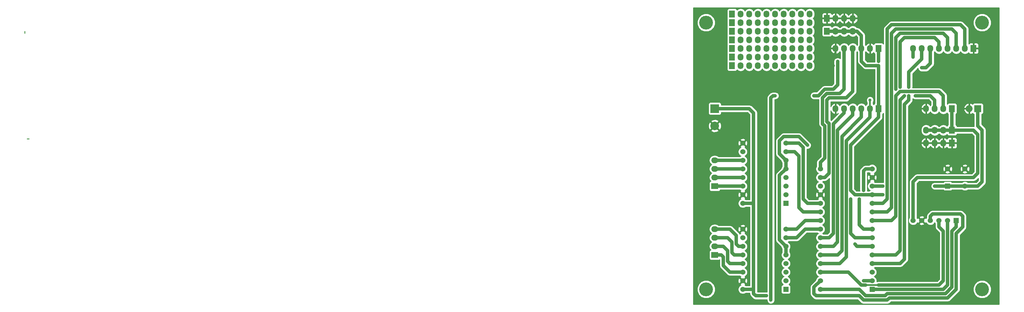
<source format=gbr>
%FSLAX46Y46*%
G04 Gerber Fmt 4.6, Leading zero omitted, Abs format (unit mm)*
G04 Created by KiCad (PCBNEW (2014-jul-16 BZR unknown)-product) date mar. 06 oct. 2015 20:27:54 CEST*
%MOMM*%
G01*
G04 APERTURE LIST*
%ADD10C,0.100000*%
%ADD11R,1.524000X1.524000*%
%ADD12C,1.524000*%
%ADD13R,2.540000X2.540000*%
%ADD14C,2.540000*%
%ADD15R,1.727200X2.032000*%
%ADD16O,1.727200X2.032000*%
%ADD17R,2.032000X1.727200*%
%ADD18O,2.032000X1.727200*%
%ADD19R,2.032000X2.032000*%
%ADD20O,2.032000X2.032000*%
%ADD21C,4.064000*%
%ADD22C,0.889000*%
%ADD23C,0.254000*%
%ADD24C,1.000000*%
%ADD25C,0.500000*%
G04 APERTURE END LIST*
D10*
D11*
X158115000Y-147320000D03*
D12*
X158115000Y-144780000D03*
X158115000Y-142240000D03*
X158115000Y-139700000D03*
X158115000Y-137160000D03*
X158115000Y-134620000D03*
X158115000Y-132080000D03*
X158115000Y-129540000D03*
X158115000Y-127000000D03*
X158115000Y-124460000D03*
X158115000Y-121920000D03*
X158115000Y-119380000D03*
X158115000Y-116840000D03*
X158115000Y-114300000D03*
X158115000Y-111760000D03*
X142875000Y-111760000D03*
X142875000Y-114300000D03*
X142875000Y-116840000D03*
X142875000Y-119380000D03*
X142875000Y-121920000D03*
X142875000Y-124460000D03*
X142875000Y-127000000D03*
X142875000Y-129540000D03*
X142875000Y-132080000D03*
X142875000Y-134620000D03*
X142875000Y-137160000D03*
X142875000Y-139700000D03*
X142875000Y-142240000D03*
X142875000Y-144780000D03*
X142875000Y-147320000D03*
D13*
X111760000Y-93980000D03*
D14*
X111760000Y-99060000D03*
D11*
X132715000Y-147320000D03*
D12*
X132715000Y-144780000D03*
X132715000Y-142240000D03*
X132715000Y-139700000D03*
X132715000Y-137160000D03*
X132715000Y-134620000D03*
X132715000Y-132080000D03*
X132715000Y-129540000D03*
X120015000Y-129540000D03*
X120015000Y-132080000D03*
X120015000Y-134620000D03*
X120015000Y-137160000D03*
X120015000Y-139700000D03*
X120015000Y-142240000D03*
X120015000Y-144780000D03*
X120015000Y-147320000D03*
D11*
X132715000Y-121920000D03*
D12*
X132715000Y-119380000D03*
X132715000Y-116840000D03*
X132715000Y-114300000D03*
X132715000Y-111760000D03*
X132715000Y-109220000D03*
X132715000Y-106680000D03*
X132715000Y-104140000D03*
X120015000Y-104140000D03*
X120015000Y-106680000D03*
X120015000Y-109220000D03*
X120015000Y-111760000D03*
X120015000Y-114300000D03*
X120015000Y-116840000D03*
X120015000Y-119380000D03*
X120015000Y-121920000D03*
D15*
X181610000Y-93980000D03*
D16*
X179070000Y-93980000D03*
X176530000Y-93980000D03*
X173990000Y-93980000D03*
D15*
X160020000Y-76200000D03*
D16*
X157480000Y-76200000D03*
X154940000Y-76200000D03*
X152400000Y-76200000D03*
X149860000Y-76200000D03*
X147320000Y-76200000D03*
D15*
X160020000Y-93980000D03*
D16*
X157480000Y-93980000D03*
X154940000Y-93980000D03*
X152400000Y-93980000D03*
X149860000Y-93980000D03*
X147320000Y-93980000D03*
D17*
X111760000Y-137160000D03*
D18*
X111760000Y-134620000D03*
X111760000Y-132080000D03*
X111760000Y-129540000D03*
D17*
X111760000Y-116840000D03*
D18*
X111760000Y-114300000D03*
X111760000Y-111760000D03*
X111760000Y-109220000D03*
D19*
X189230000Y-93980000D03*
D20*
X186690000Y-93980000D03*
D11*
X180340000Y-116840000D03*
D12*
X180340000Y-111760000D03*
X185420000Y-116840000D03*
X185420000Y-111760000D03*
D11*
X182880000Y-127000000D03*
D12*
X180340000Y-127000000D03*
X177800000Y-127000000D03*
X175260000Y-127000000D03*
X172720000Y-127000000D03*
X170180000Y-127000000D03*
D15*
X187960000Y-76200000D03*
D16*
X185420000Y-76200000D03*
X182880000Y-76200000D03*
X180340000Y-76200000D03*
X177800000Y-76200000D03*
X175260000Y-76200000D03*
X172720000Y-76200000D03*
X170180000Y-76200000D03*
D21*
X109220000Y-68580000D03*
X190500000Y-68580000D03*
X190500000Y-147320000D03*
X109220000Y-147320000D03*
D15*
X116840000Y-66040000D03*
D16*
X119380000Y-66040000D03*
X121920000Y-66040000D03*
X124460000Y-66040000D03*
X127000000Y-66040000D03*
X129540000Y-66040000D03*
X132080000Y-66040000D03*
X134620000Y-66040000D03*
X137160000Y-66040000D03*
X139700000Y-66040000D03*
D15*
X116840000Y-68580000D03*
D16*
X119380000Y-68580000D03*
X121920000Y-68580000D03*
X124460000Y-68580000D03*
X127000000Y-68580000D03*
X129540000Y-68580000D03*
X132080000Y-68580000D03*
X134620000Y-68580000D03*
X137160000Y-68580000D03*
X139700000Y-68580000D03*
D15*
X116840000Y-71120000D03*
D16*
X119380000Y-71120000D03*
X121920000Y-71120000D03*
X124460000Y-71120000D03*
X127000000Y-71120000D03*
X129540000Y-71120000D03*
X132080000Y-71120000D03*
X134620000Y-71120000D03*
X137160000Y-71120000D03*
X139700000Y-71120000D03*
D15*
X116840000Y-73660000D03*
D16*
X119380000Y-73660000D03*
X121920000Y-73660000D03*
X124460000Y-73660000D03*
X127000000Y-73660000D03*
X129540000Y-73660000D03*
X132080000Y-73660000D03*
X134620000Y-73660000D03*
X137160000Y-73660000D03*
X139700000Y-73660000D03*
D15*
X116840000Y-76200000D03*
D16*
X119380000Y-76200000D03*
X121920000Y-76200000D03*
X124460000Y-76200000D03*
X127000000Y-76200000D03*
X129540000Y-76200000D03*
X132080000Y-76200000D03*
X134620000Y-76200000D03*
X137160000Y-76200000D03*
X139700000Y-76200000D03*
D15*
X116840000Y-78740000D03*
D16*
X119380000Y-78740000D03*
X121920000Y-78740000D03*
X124460000Y-78740000D03*
X127000000Y-78740000D03*
X129540000Y-78740000D03*
X132080000Y-78740000D03*
X134620000Y-78740000D03*
X137160000Y-78740000D03*
X139700000Y-78740000D03*
D15*
X116840000Y-81280000D03*
D16*
X119380000Y-81280000D03*
X121920000Y-81280000D03*
X124460000Y-81280000D03*
X127000000Y-81280000D03*
X129540000Y-81280000D03*
X132080000Y-81280000D03*
X134620000Y-81280000D03*
X137160000Y-81280000D03*
X139700000Y-81280000D03*
D15*
X144780000Y-71120000D03*
D16*
X147320000Y-71120000D03*
X149860000Y-71120000D03*
X152400000Y-71120000D03*
D15*
X144780000Y-67310000D03*
D16*
X147320000Y-67310000D03*
X149860000Y-67310000D03*
X152400000Y-67310000D03*
D15*
X181610000Y-100330000D03*
D16*
X179070000Y-100330000D03*
X176530000Y-100330000D03*
X173990000Y-100330000D03*
D15*
X181610000Y-104140000D03*
D16*
X179070000Y-104140000D03*
X176530000Y-104140000D03*
X173990000Y-104140000D03*
D22*
X155575000Y-144795998D03*
X128270000Y-150479002D03*
X140970000Y-90170000D03*
X129540000Y-90170000D03*
X160020000Y-80010000D03*
X147955000Y-80010000D03*
X168910000Y-90170000D03*
X168910000Y-87630000D03*
X172720000Y-81915000D03*
X167640000Y-90170000D03*
X166370000Y-87630000D03*
X153035000Y-133985000D03*
X151765000Y-120650000D03*
X165100000Y-88265000D03*
X154305000Y-120650000D03*
X170815000Y-90170000D03*
X170180000Y-78740000D03*
X160020000Y-81280000D03*
X161290000Y-119380000D03*
X170180000Y-119380000D03*
X151757001Y-104767001D03*
X139065000Y-104775000D03*
X146685000Y-81280000D03*
X127000000Y-149225000D03*
X155575000Y-118110000D03*
X157480000Y-91440000D03*
X176530000Y-116840000D03*
X161290000Y-116840000D03*
D23*
X-90805000Y-102870000D02*
X-90170000Y-102870000D01*
X-91440000Y-71120000D02*
X-91440000Y-71755000D01*
D24*
X158115000Y-147320000D02*
X179070000Y-147320000D01*
X180340000Y-146050000D02*
X180340000Y-127000000D01*
X179070000Y-147320000D02*
X180340000Y-146050000D01*
X128270000Y-91440000D02*
X128270000Y-90805000D01*
X128270000Y-150479002D02*
X128270000Y-91440000D01*
X155590998Y-144780000D02*
X155575000Y-144795998D01*
X158115000Y-144780000D02*
X155590998Y-144780000D01*
X141001996Y-90138004D02*
X140970000Y-90170000D01*
X147955000Y-86995000D02*
X147955000Y-80010000D01*
X142271996Y-90138004D02*
X144145000Y-88265000D01*
X144145000Y-88265000D02*
X146685000Y-88265000D01*
X146685000Y-88265000D02*
X147955000Y-86995000D01*
X160020000Y-80010000D02*
X160020000Y-76200000D01*
X142271996Y-90138004D02*
X141001996Y-90138004D01*
X128905000Y-90170000D02*
X129540000Y-90170000D01*
X128270000Y-90805000D02*
X128905000Y-90170000D01*
X172720000Y-76200000D02*
X172720000Y-79375000D01*
X166370000Y-139700000D02*
X158115000Y-139700000D01*
X167640000Y-138430000D02*
X166370000Y-139700000D01*
X167640000Y-92710000D02*
X167640000Y-138430000D01*
X168910000Y-91440000D02*
X167640000Y-92710000D01*
X168910000Y-90170000D02*
X168910000Y-91440000D01*
X168910000Y-83185000D02*
X168910000Y-87630000D01*
X172720000Y-79375000D02*
X168910000Y-83185000D01*
X158115000Y-137160000D02*
X165100000Y-137160000D01*
X175260000Y-80645000D02*
X175260000Y-76200000D01*
X173990000Y-81915000D02*
X175260000Y-80645000D01*
X172720000Y-81915000D02*
X173990000Y-81915000D01*
X166370000Y-91440000D02*
X167640000Y-90170000D01*
X166370000Y-135890000D02*
X166370000Y-91440000D01*
X165100000Y-137160000D02*
X166370000Y-135890000D01*
X177800000Y-74295000D02*
X176530000Y-73025000D01*
X176530000Y-73025000D02*
X167624002Y-73025000D01*
X167624002Y-73025000D02*
X166370000Y-74279002D01*
X166370000Y-74279002D02*
X166370000Y-87630000D01*
X177800000Y-76200000D02*
X177800000Y-74295000D01*
X153670000Y-134620000D02*
X158115000Y-134620000D01*
X153035000Y-133985000D02*
X153670000Y-134620000D01*
X180340000Y-76200000D02*
X180340000Y-73025000D01*
X153035000Y-132080000D02*
X158115000Y-132080000D01*
X151765000Y-130810000D02*
X153035000Y-132080000D01*
X151765000Y-120650000D02*
X151765000Y-130810000D01*
X165100000Y-73025000D02*
X165100000Y-88265000D01*
X166385998Y-71739002D02*
X165100000Y-73025000D01*
X179054002Y-71739002D02*
X166385998Y-71739002D01*
X180340000Y-73025000D02*
X179054002Y-71739002D01*
X155575000Y-129540000D02*
X154305000Y-128270000D01*
X154305000Y-128270000D02*
X154305000Y-120650000D01*
X158115000Y-129540000D02*
X155575000Y-129540000D01*
X176530000Y-91440000D02*
X176530000Y-93980000D01*
X175244002Y-90154002D02*
X176530000Y-91440000D01*
X170830998Y-90154002D02*
X175244002Y-90154002D01*
X170815000Y-90170000D02*
X170830998Y-90154002D01*
X158115000Y-127000000D02*
X163830000Y-127000000D01*
X179070000Y-90170000D02*
X179070000Y-93980000D01*
X177800000Y-88900000D02*
X179070000Y-90170000D01*
X166370000Y-88900000D02*
X177800000Y-88900000D01*
X165084002Y-90185998D02*
X166370000Y-88900000D01*
X165084002Y-125745998D02*
X165084002Y-90185998D01*
X163830000Y-127000000D02*
X165084002Y-125745998D01*
X182880000Y-76200000D02*
X182880000Y-71755000D01*
X162560000Y-124460000D02*
X158115000Y-124460000D01*
X163830000Y-123190000D02*
X162560000Y-124460000D01*
X163830000Y-71739002D02*
X163830000Y-123190000D01*
X165084002Y-70485000D02*
X163830000Y-71739002D01*
X181610000Y-70485000D02*
X165084002Y-70485000D01*
X182880000Y-71755000D02*
X181610000Y-70485000D01*
X162560000Y-70485000D02*
X163830000Y-69215000D01*
X161290000Y-121920000D02*
X162560000Y-120650000D01*
X162560000Y-120650000D02*
X162560000Y-70485000D01*
X158115000Y-121920000D02*
X161290000Y-121920000D01*
X185420000Y-70485000D02*
X185420000Y-76200000D01*
X184150000Y-69215000D02*
X185420000Y-70485000D01*
X163830000Y-69215000D02*
X184150000Y-69215000D01*
X160020000Y-81280000D02*
X156210000Y-81280000D01*
X154940000Y-80010000D02*
X154940000Y-76200000D01*
X156210000Y-81280000D02*
X154940000Y-80010000D01*
X160020000Y-93980000D02*
X160020000Y-81280000D01*
X170180000Y-78740000D02*
X170180000Y-76200000D01*
X170180000Y-119380000D02*
X170180000Y-115570000D01*
X187960000Y-100330000D02*
X181610000Y-100330000D01*
X189230000Y-101600000D02*
X187960000Y-100330000D01*
X189230000Y-113030000D02*
X189230000Y-101600000D01*
X187960000Y-114300000D02*
X189230000Y-113030000D01*
X171450000Y-114300000D02*
X187960000Y-114300000D01*
X170180000Y-115570000D02*
X171450000Y-114300000D01*
X170180000Y-127000000D02*
X170180000Y-119380000D01*
X161290000Y-119380000D02*
X158115000Y-119380000D01*
X130810000Y-107315000D02*
X132715000Y-109220000D01*
X130810000Y-103505000D02*
X130810000Y-107315000D01*
X132080000Y-102235000D02*
X130810000Y-103505000D01*
X136525000Y-102235000D02*
X132080000Y-102235000D01*
X139065000Y-104775000D02*
X136525000Y-102235000D01*
X160020000Y-96520000D02*
X160004002Y-96520000D01*
X160020000Y-93980000D02*
X160020000Y-96520000D01*
X160004002Y-96520000D02*
X151757001Y-104767001D01*
X158115000Y-119380000D02*
X153035000Y-119380000D01*
X153035000Y-119380000D02*
X151749002Y-118094002D01*
X151749002Y-118094002D02*
X151749002Y-104775000D01*
X152400000Y-71120000D02*
X153670000Y-71120000D01*
X153670000Y-71120000D02*
X154940000Y-72390000D01*
X154940000Y-72390000D02*
X154940000Y-76200000D01*
X149860000Y-71120000D02*
X152400000Y-71120000D01*
X147320000Y-71120000D02*
X149860000Y-71120000D01*
X144780000Y-71120000D02*
X147320000Y-71120000D01*
X132715000Y-111760000D02*
X130810000Y-113665000D01*
X130810000Y-132715000D02*
X132715000Y-134620000D01*
X130810000Y-113665000D02*
X130810000Y-132715000D01*
X181610000Y-100330000D02*
X181610000Y-93980000D01*
X179070000Y-100330000D02*
X181610000Y-100330000D01*
X176530000Y-100330000D02*
X179070000Y-100330000D01*
X173990000Y-100330000D02*
X176530000Y-100330000D01*
X132715000Y-109220000D02*
X132715000Y-111760000D01*
X132715000Y-134620000D02*
X132715000Y-137160000D01*
D25*
X147320000Y-77470000D02*
X147320000Y-76200000D01*
X146685000Y-78105000D02*
X147320000Y-77470000D01*
X146685000Y-81280000D02*
X146685000Y-78105000D01*
D24*
X158115000Y-111760000D02*
X156210000Y-111760000D01*
X123190000Y-148590000D02*
X123190000Y-147320000D01*
X123825000Y-149225000D02*
X123190000Y-148590000D01*
X127000000Y-149225000D02*
X123825000Y-149225000D01*
X155575000Y-112395000D02*
X155575000Y-118110000D01*
X156210000Y-111760000D02*
X155575000Y-112395000D01*
X120015000Y-121920000D02*
X123190000Y-121920000D01*
X111760000Y-93980000D02*
X121920000Y-93980000D01*
X123190000Y-147320000D02*
X120015000Y-147320000D01*
X123190000Y-95250000D02*
X123190000Y-121920000D01*
X123190000Y-121920000D02*
X123190000Y-147320000D01*
X121920000Y-93980000D02*
X123190000Y-95250000D01*
X142875000Y-111760000D02*
X142875000Y-109855000D01*
X149860000Y-88265000D02*
X149860000Y-76200000D01*
X148590000Y-89535000D02*
X149860000Y-88265000D01*
X144780000Y-89535000D02*
X148590000Y-89535000D01*
X143525998Y-90789002D02*
X144780000Y-89535000D01*
X143525998Y-98440998D02*
X143525998Y-90789002D01*
X144160998Y-99075998D02*
X143525998Y-98440998D01*
X144160998Y-108569002D02*
X144160998Y-99075998D01*
X142875000Y-109855000D02*
X144160998Y-108569002D01*
X152400000Y-76200000D02*
X152400000Y-88900000D01*
X144145000Y-114300000D02*
X142875000Y-114300000D01*
X145415000Y-113030000D02*
X144145000Y-114300000D01*
X145415000Y-98425000D02*
X145415000Y-113030000D01*
X144780000Y-97790000D02*
X145415000Y-98425000D01*
X144780000Y-91440000D02*
X144780000Y-97790000D01*
X145415000Y-90805000D02*
X144780000Y-91440000D01*
X150495000Y-90805000D02*
X145415000Y-90805000D01*
X152400000Y-88900000D02*
X150495000Y-90805000D01*
X132715000Y-104140000D02*
X136525000Y-104140000D01*
X139065000Y-121920000D02*
X142875000Y-121920000D01*
X137795000Y-120650000D02*
X139065000Y-121920000D01*
X137795000Y-105410000D02*
X137795000Y-120650000D01*
X136525000Y-104140000D02*
X137795000Y-105410000D01*
X132715000Y-106680000D02*
X135255000Y-106680000D01*
X137795000Y-124460000D02*
X142875000Y-124460000D01*
X136525000Y-123190000D02*
X137795000Y-124460000D01*
X136525000Y-107950000D02*
X136525000Y-123190000D01*
X135255000Y-106680000D02*
X136525000Y-107950000D01*
X142875000Y-127000000D02*
X138430000Y-127000000D01*
X135890000Y-129540000D02*
X132715000Y-129540000D01*
X138430000Y-127000000D02*
X135890000Y-129540000D01*
X142875000Y-129540000D02*
X138430000Y-129540000D01*
X135890000Y-132080000D02*
X132715000Y-132080000D01*
X138430000Y-129540000D02*
X135890000Y-132080000D01*
X149860000Y-93980000D02*
X149860000Y-95250000D01*
X145415000Y-132080000D02*
X142875000Y-132080000D01*
X146669002Y-130825998D02*
X145415000Y-132080000D01*
X146669002Y-98440998D02*
X146669002Y-130825998D01*
X149860000Y-95250000D02*
X146669002Y-98440998D01*
X152400000Y-93980000D02*
X152400000Y-95885000D01*
X146685000Y-134620000D02*
X142875000Y-134620000D01*
X147923004Y-133381996D02*
X146685000Y-134620000D01*
X147923004Y-100361996D02*
X147923004Y-133381996D01*
X152400000Y-95885000D02*
X147923004Y-100361996D01*
X154940000Y-93980000D02*
X154940000Y-96472006D01*
X147955000Y-137160000D02*
X142875000Y-137160000D01*
X149225000Y-135890000D02*
X147955000Y-137160000D01*
X149225000Y-102187006D02*
X149225000Y-135890000D01*
X154940000Y-96472006D02*
X149225000Y-102187006D01*
D25*
X157480000Y-93980000D02*
X157480000Y-91440000D01*
D24*
X157480000Y-93980000D02*
X157480000Y-96520000D01*
X148590000Y-139700000D02*
X142875000Y-139700000D01*
X150495000Y-137795000D02*
X148590000Y-139700000D01*
X150495000Y-103505000D02*
X150495000Y-137795000D01*
X157480000Y-96520000D02*
X150495000Y-103505000D01*
X160020000Y-146050000D02*
X177800000Y-146050000D01*
X142875000Y-142240000D02*
X151130000Y-142240000D01*
X154940000Y-146050000D02*
X156210000Y-146050000D01*
X151130000Y-142240000D02*
X154940000Y-146050000D01*
D25*
X160020000Y-146050000D02*
X156210000Y-146050000D01*
D24*
X177800000Y-128905000D02*
X177800000Y-127000000D01*
X179070000Y-130175000D02*
X177800000Y-128905000D01*
X179070000Y-144780000D02*
X179070000Y-130175000D01*
X177800000Y-146050000D02*
X179070000Y-144780000D01*
X142875000Y-144780000D02*
X140970000Y-146685000D01*
X175260000Y-125730000D02*
X175260000Y-127000000D01*
X175895000Y-125095000D02*
X175260000Y-125730000D01*
X184150000Y-125095000D02*
X175895000Y-125095000D01*
X184785000Y-125730000D02*
X184150000Y-125095000D01*
X184785000Y-128905000D02*
X184785000Y-125730000D01*
X182880000Y-130810000D02*
X184785000Y-128905000D01*
X182880000Y-147320000D02*
X182880000Y-130810000D01*
X180355998Y-149844002D02*
X182880000Y-147320000D01*
X163210998Y-149844002D02*
X180355998Y-149844002D01*
X162560000Y-150495000D02*
X163210998Y-149844002D01*
X155575000Y-150495000D02*
X162560000Y-150495000D01*
X154305000Y-149225000D02*
X155575000Y-150495000D01*
X141605000Y-149225000D02*
X154305000Y-149225000D01*
X140970000Y-148590000D02*
X141605000Y-149225000D01*
X140970000Y-146685000D02*
X140970000Y-148590000D01*
X111760000Y-129540000D02*
X116205000Y-129540000D01*
X118745000Y-134620000D02*
X120015000Y-134620000D01*
X118110000Y-133985000D02*
X118745000Y-134620000D01*
X118110000Y-131445000D02*
X118110000Y-133985000D01*
X116205000Y-129540000D02*
X118110000Y-131445000D01*
X111760000Y-132080000D02*
X115570000Y-132080000D01*
X117475000Y-137160000D02*
X120015000Y-137160000D01*
X116840000Y-136525000D02*
X117475000Y-137160000D01*
X116840000Y-133350000D02*
X116840000Y-136525000D01*
X115570000Y-132080000D02*
X116840000Y-133350000D01*
X111760000Y-134620000D02*
X114300000Y-134620000D01*
X116205000Y-139700000D02*
X120015000Y-139700000D01*
X115570000Y-139065000D02*
X116205000Y-139700000D01*
X115570000Y-135890000D02*
X115570000Y-139065000D01*
X114300000Y-134620000D02*
X115570000Y-135890000D01*
X111760000Y-137160000D02*
X113665000Y-137160000D01*
X116205000Y-142240000D02*
X120015000Y-142240000D01*
X114300000Y-140335000D02*
X116205000Y-142240000D01*
X114300000Y-137795000D02*
X114300000Y-140335000D01*
X113665000Y-137160000D02*
X114300000Y-137795000D01*
X120015000Y-109220000D02*
X111760000Y-109220000D01*
X120015000Y-111760000D02*
X111760000Y-111760000D01*
X120015000Y-114300000D02*
X111760000Y-114300000D01*
X120015000Y-116840000D02*
X111760000Y-116840000D01*
X189230000Y-93980000D02*
X189230000Y-99060000D01*
X189230000Y-116840000D02*
X185420000Y-116840000D01*
X190484002Y-115585998D02*
X189230000Y-116840000D01*
X190484002Y-100314002D02*
X190484002Y-115585998D01*
X189230000Y-99060000D02*
X190484002Y-100314002D01*
X180340000Y-116840000D02*
X185420000Y-116840000D01*
X158115000Y-116840000D02*
X161290000Y-116840000D01*
X176530000Y-116840000D02*
X180340000Y-116840000D01*
X182880000Y-127000000D02*
X182880000Y-128905000D01*
X154305000Y-147320000D02*
X142875000Y-147320000D01*
X156210000Y-149225000D02*
X154305000Y-147320000D01*
X161925000Y-149225000D02*
X156210000Y-149225000D01*
X162560000Y-148590000D02*
X161925000Y-149225000D01*
X179705000Y-148590000D02*
X162560000Y-148590000D01*
X181610000Y-146685000D02*
X179705000Y-148590000D01*
X181610000Y-130175000D02*
X181610000Y-146685000D01*
X182880000Y-128905000D02*
X181610000Y-130175000D01*
D23*
G36*
X158885000Y-92389098D02*
X158796702Y-92425673D01*
X158618073Y-92604301D01*
X158554499Y-92757779D01*
X158539670Y-92735585D01*
X158365000Y-92618874D01*
X158365000Y-92081856D01*
X158394622Y-92052286D01*
X158559313Y-91655668D01*
X158559687Y-91226216D01*
X158395689Y-90829311D01*
X158092286Y-90525378D01*
X157695668Y-90360687D01*
X157266216Y-90360313D01*
X156869311Y-90524311D01*
X156565378Y-90827714D01*
X156400687Y-91224332D01*
X156400313Y-91653784D01*
X156564311Y-92050689D01*
X156595000Y-92081431D01*
X156595000Y-92618874D01*
X156420330Y-92735585D01*
X156210000Y-93050365D01*
X155999670Y-92735585D01*
X155513489Y-92410729D01*
X154940000Y-92296655D01*
X154366511Y-92410729D01*
X153880330Y-92735585D01*
X153670000Y-93050365D01*
X153459670Y-92735585D01*
X152973489Y-92410729D01*
X152400000Y-92296655D01*
X151826511Y-92410729D01*
X151340330Y-92735585D01*
X151130000Y-93050365D01*
X150919670Y-92735585D01*
X150433489Y-92410729D01*
X149860000Y-92296655D01*
X149286511Y-92410729D01*
X148800330Y-92735585D01*
X148593539Y-93045069D01*
X148222036Y-92629268D01*
X147694791Y-92375291D01*
X147679026Y-92372642D01*
X147447000Y-92493783D01*
X147447000Y-93853000D01*
X147467000Y-93853000D01*
X147467000Y-94107000D01*
X147447000Y-94107000D01*
X147447000Y-95466217D01*
X147679026Y-95587358D01*
X147694791Y-95584709D01*
X148129617Y-95375250D01*
X146050000Y-97454868D01*
X145915000Y-97319868D01*
X145915000Y-94571143D01*
X146028046Y-94894320D01*
X146417964Y-95330732D01*
X146945209Y-95584709D01*
X146960974Y-95587358D01*
X147193000Y-95466217D01*
X147193000Y-94107000D01*
X147173000Y-94107000D01*
X147173000Y-93853000D01*
X147193000Y-93853000D01*
X147193000Y-92493783D01*
X146960974Y-92372642D01*
X146945209Y-92375291D01*
X146417964Y-92629268D01*
X146028046Y-93065680D01*
X145915000Y-93388856D01*
X145915000Y-91940000D01*
X150495000Y-91940000D01*
X150929345Y-91853603D01*
X150929346Y-91853603D01*
X151297566Y-91607566D01*
X153202566Y-89702566D01*
X153448603Y-89334346D01*
X153448603Y-89334345D01*
X153535000Y-88900000D01*
X153535000Y-77331675D01*
X153670000Y-77129634D01*
X153805000Y-77331675D01*
X153805000Y-80010000D01*
X153891397Y-80444346D01*
X154137434Y-80812566D01*
X155407434Y-82082566D01*
X155775654Y-82328603D01*
X155775655Y-82328603D01*
X156210000Y-82415000D01*
X158885000Y-82415000D01*
X158885000Y-92389098D01*
X158885000Y-92389098D01*
G37*
X158885000Y-92389098D02*
X158796702Y-92425673D01*
X158618073Y-92604301D01*
X158554499Y-92757779D01*
X158539670Y-92735585D01*
X158365000Y-92618874D01*
X158365000Y-92081856D01*
X158394622Y-92052286D01*
X158559313Y-91655668D01*
X158559687Y-91226216D01*
X158395689Y-90829311D01*
X158092286Y-90525378D01*
X157695668Y-90360687D01*
X157266216Y-90360313D01*
X156869311Y-90524311D01*
X156565378Y-90827714D01*
X156400687Y-91224332D01*
X156400313Y-91653784D01*
X156564311Y-92050689D01*
X156595000Y-92081431D01*
X156595000Y-92618874D01*
X156420330Y-92735585D01*
X156210000Y-93050365D01*
X155999670Y-92735585D01*
X155513489Y-92410729D01*
X154940000Y-92296655D01*
X154366511Y-92410729D01*
X153880330Y-92735585D01*
X153670000Y-93050365D01*
X153459670Y-92735585D01*
X152973489Y-92410729D01*
X152400000Y-92296655D01*
X151826511Y-92410729D01*
X151340330Y-92735585D01*
X151130000Y-93050365D01*
X150919670Y-92735585D01*
X150433489Y-92410729D01*
X149860000Y-92296655D01*
X149286511Y-92410729D01*
X148800330Y-92735585D01*
X148593539Y-93045069D01*
X148222036Y-92629268D01*
X147694791Y-92375291D01*
X147679026Y-92372642D01*
X147447000Y-92493783D01*
X147447000Y-93853000D01*
X147467000Y-93853000D01*
X147467000Y-94107000D01*
X147447000Y-94107000D01*
X147447000Y-95466217D01*
X147679026Y-95587358D01*
X147694791Y-95584709D01*
X148129617Y-95375250D01*
X146050000Y-97454868D01*
X145915000Y-97319868D01*
X145915000Y-94571143D01*
X146028046Y-94894320D01*
X146417964Y-95330732D01*
X146945209Y-95584709D01*
X146960974Y-95587358D01*
X147193000Y-95466217D01*
X147193000Y-94107000D01*
X147173000Y-94107000D01*
X147173000Y-93853000D01*
X147193000Y-93853000D01*
X147193000Y-92493783D01*
X146960974Y-92372642D01*
X146945209Y-92375291D01*
X146417964Y-92629268D01*
X146028046Y-93065680D01*
X145915000Y-93388856D01*
X145915000Y-91940000D01*
X150495000Y-91940000D01*
X150929345Y-91853603D01*
X150929346Y-91853603D01*
X151297566Y-91607566D01*
X153202566Y-89702566D01*
X153448603Y-89334346D01*
X153448603Y-89334345D01*
X153535000Y-88900000D01*
X153535000Y-77331675D01*
X153670000Y-77129634D01*
X153805000Y-77331675D01*
X153805000Y-80010000D01*
X153891397Y-80444346D01*
X154137434Y-80812566D01*
X155407434Y-82082566D01*
X155775654Y-82328603D01*
X155775655Y-82328603D01*
X156210000Y-82415000D01*
X158885000Y-82415000D01*
X158885000Y-92389098D01*
G36*
X161425000Y-115731853D02*
X161290000Y-115705000D01*
X159524144Y-115705000D01*
X159524144Y-114507698D01*
X159496362Y-113952632D01*
X159337397Y-113568857D01*
X159095213Y-113499392D01*
X158294605Y-114300000D01*
X159095213Y-115100608D01*
X159337397Y-115031143D01*
X159524144Y-114507698D01*
X159524144Y-115705000D01*
X158955914Y-115705000D01*
X158907370Y-115656371D01*
X158715272Y-115576605D01*
X158846143Y-115522397D01*
X158915608Y-115280213D01*
X158115000Y-114479605D01*
X157314392Y-115280213D01*
X157383857Y-115522397D01*
X157524317Y-115572508D01*
X157324697Y-115654990D01*
X156931371Y-116047630D01*
X156718243Y-116560900D01*
X156717758Y-117116661D01*
X156929990Y-117630303D01*
X157322630Y-118023629D01*
X157530512Y-118109949D01*
X157324697Y-118194990D01*
X157274599Y-118245000D01*
X156683146Y-118245000D01*
X156710000Y-118110000D01*
X156710000Y-114175096D01*
X156733638Y-114647368D01*
X156892603Y-115031143D01*
X157134787Y-115100608D01*
X157935395Y-114300000D01*
X157134787Y-113499392D01*
X156892603Y-113568857D01*
X156710000Y-114080686D01*
X156710000Y-112895000D01*
X157274085Y-112895000D01*
X157322630Y-112943629D01*
X157514727Y-113023394D01*
X157383857Y-113077603D01*
X157314392Y-113319787D01*
X158115000Y-114120395D01*
X158915608Y-113319787D01*
X158846143Y-113077603D01*
X158705682Y-113027491D01*
X158905303Y-112945010D01*
X159298629Y-112552370D01*
X159511757Y-112039100D01*
X159512242Y-111483339D01*
X159300010Y-110969697D01*
X158907370Y-110576371D01*
X158394100Y-110363243D01*
X157838339Y-110362758D01*
X157324697Y-110574990D01*
X157274599Y-110625000D01*
X156210000Y-110625000D01*
X155775655Y-110711396D01*
X155407434Y-110957434D01*
X154772434Y-111592434D01*
X154526397Y-111960654D01*
X154440000Y-112395000D01*
X154440000Y-118110000D01*
X154466853Y-118245000D01*
X153505132Y-118245000D01*
X152884002Y-117623870D01*
X152884002Y-105245132D01*
X160774353Y-97354780D01*
X160822566Y-97322566D01*
X161068603Y-96954346D01*
X161155000Y-96520000D01*
X161155000Y-95570901D01*
X161243298Y-95534327D01*
X161421927Y-95355699D01*
X161425000Y-95348280D01*
X161425000Y-115731853D01*
X161425000Y-115731853D01*
G37*
X161425000Y-115731853D02*
X161290000Y-115705000D01*
X159524144Y-115705000D01*
X159524144Y-114507698D01*
X159496362Y-113952632D01*
X159337397Y-113568857D01*
X159095213Y-113499392D01*
X158294605Y-114300000D01*
X159095213Y-115100608D01*
X159337397Y-115031143D01*
X159524144Y-114507698D01*
X159524144Y-115705000D01*
X158955914Y-115705000D01*
X158907370Y-115656371D01*
X158715272Y-115576605D01*
X158846143Y-115522397D01*
X158915608Y-115280213D01*
X158115000Y-114479605D01*
X157314392Y-115280213D01*
X157383857Y-115522397D01*
X157524317Y-115572508D01*
X157324697Y-115654990D01*
X156931371Y-116047630D01*
X156718243Y-116560900D01*
X156717758Y-117116661D01*
X156929990Y-117630303D01*
X157322630Y-118023629D01*
X157530512Y-118109949D01*
X157324697Y-118194990D01*
X157274599Y-118245000D01*
X156683146Y-118245000D01*
X156710000Y-118110000D01*
X156710000Y-114175096D01*
X156733638Y-114647368D01*
X156892603Y-115031143D01*
X157134787Y-115100608D01*
X157935395Y-114300000D01*
X157134787Y-113499392D01*
X156892603Y-113568857D01*
X156710000Y-114080686D01*
X156710000Y-112895000D01*
X157274085Y-112895000D01*
X157322630Y-112943629D01*
X157514727Y-113023394D01*
X157383857Y-113077603D01*
X157314392Y-113319787D01*
X158115000Y-114120395D01*
X158915608Y-113319787D01*
X158846143Y-113077603D01*
X158705682Y-113027491D01*
X158905303Y-112945010D01*
X159298629Y-112552370D01*
X159511757Y-112039100D01*
X159512242Y-111483339D01*
X159300010Y-110969697D01*
X158907370Y-110576371D01*
X158394100Y-110363243D01*
X157838339Y-110362758D01*
X157324697Y-110574990D01*
X157274599Y-110625000D01*
X156210000Y-110625000D01*
X155775655Y-110711396D01*
X155407434Y-110957434D01*
X154772434Y-111592434D01*
X154526397Y-111960654D01*
X154440000Y-112395000D01*
X154440000Y-118110000D01*
X154466853Y-118245000D01*
X153505132Y-118245000D01*
X152884002Y-117623870D01*
X152884002Y-105245132D01*
X160774353Y-97354780D01*
X160822566Y-97322566D01*
X161068603Y-96954346D01*
X161155000Y-96520000D01*
X161155000Y-95570901D01*
X161243298Y-95534327D01*
X161421927Y-95355699D01*
X161425000Y-95348280D01*
X161425000Y-115731853D01*
G36*
X195505000Y-151690000D02*
X193167462Y-151690000D01*
X193167462Y-146791828D01*
X193167462Y-68051828D01*
X192762291Y-67071239D01*
X192012707Y-66320345D01*
X191032827Y-65913464D01*
X189971828Y-65912538D01*
X188991239Y-66317709D01*
X188240345Y-67067293D01*
X187833464Y-68047173D01*
X187832538Y-69108172D01*
X188237709Y-70088761D01*
X188987293Y-70839655D01*
X189967173Y-71246536D01*
X191028172Y-71247462D01*
X192008761Y-70842291D01*
X192759655Y-70092707D01*
X193166536Y-69112827D01*
X193167462Y-68051828D01*
X193167462Y-146791828D01*
X192762291Y-145811239D01*
X192012707Y-145060345D01*
X191619002Y-144896864D01*
X191619002Y-115585998D01*
X191619002Y-100314002D01*
X191532606Y-99879657D01*
X191532605Y-99879656D01*
X191286568Y-99511436D01*
X190365000Y-98589868D01*
X190365000Y-95631000D01*
X190372309Y-95631000D01*
X190605698Y-95534327D01*
X190784327Y-95355699D01*
X190881000Y-95122310D01*
X190881000Y-94869691D01*
X190881000Y-92837691D01*
X190784327Y-92604302D01*
X190605699Y-92425673D01*
X190372310Y-92329000D01*
X190119691Y-92329000D01*
X189458600Y-92329000D01*
X189458600Y-77342309D01*
X189458600Y-76485750D01*
X189458600Y-75914250D01*
X189458600Y-75057691D01*
X189361927Y-74824302D01*
X189183299Y-74645673D01*
X188949910Y-74549000D01*
X188697291Y-74549000D01*
X188245750Y-74549000D01*
X188087000Y-74707750D01*
X188087000Y-76073000D01*
X189299850Y-76073000D01*
X189458600Y-75914250D01*
X189458600Y-76485750D01*
X189299850Y-76327000D01*
X188087000Y-76327000D01*
X188087000Y-77692250D01*
X188245750Y-77851000D01*
X188697291Y-77851000D01*
X188949910Y-77851000D01*
X189183299Y-77754327D01*
X189361927Y-77575698D01*
X189458600Y-77342309D01*
X189458600Y-92329000D01*
X188087691Y-92329000D01*
X187854302Y-92425673D01*
X187675673Y-92604301D01*
X187651319Y-92663096D01*
X187554818Y-92573615D01*
X187072944Y-92374025D01*
X186817000Y-92493164D01*
X186817000Y-93853000D01*
X186837000Y-93853000D01*
X186837000Y-94107000D01*
X186817000Y-94107000D01*
X186817000Y-95466836D01*
X187072944Y-95585975D01*
X187554818Y-95386385D01*
X187651319Y-95296903D01*
X187675673Y-95355698D01*
X187854301Y-95534327D01*
X188087690Y-95631000D01*
X188095000Y-95631000D01*
X188095000Y-99060000D01*
X188128520Y-99228520D01*
X187960000Y-99195000D01*
X186563000Y-99195000D01*
X186563000Y-95466836D01*
X186563000Y-94107000D01*
X186563000Y-93853000D01*
X186563000Y-92493164D01*
X186307056Y-92374025D01*
X185825182Y-92573615D01*
X185352812Y-93011621D01*
X185084017Y-93597054D01*
X185202633Y-93853000D01*
X186563000Y-93853000D01*
X186563000Y-94107000D01*
X185202633Y-94107000D01*
X185084017Y-94362946D01*
X185352812Y-94948379D01*
X185825182Y-95386385D01*
X186307056Y-95585975D01*
X186563000Y-95466836D01*
X186563000Y-99195000D01*
X183108600Y-99195000D01*
X183108600Y-99187691D01*
X183011927Y-98954302D01*
X182833299Y-98775673D01*
X182745000Y-98739098D01*
X182745000Y-95570901D01*
X182833298Y-95534327D01*
X183011927Y-95355699D01*
X183108600Y-95122310D01*
X183108600Y-94869691D01*
X183108600Y-92837691D01*
X183011927Y-92604302D01*
X182833299Y-92425673D01*
X182599910Y-92329000D01*
X182347291Y-92329000D01*
X180620091Y-92329000D01*
X180386702Y-92425673D01*
X180208073Y-92604301D01*
X180205000Y-92611719D01*
X180205000Y-90170000D01*
X180118603Y-89735655D01*
X180118603Y-89735654D01*
X179872566Y-89367434D01*
X178602566Y-88097434D01*
X178234346Y-87851397D01*
X177800000Y-87765000D01*
X170018146Y-87765000D01*
X170045000Y-87630000D01*
X170045000Y-83655132D01*
X171618204Y-82081927D01*
X171671397Y-82349346D01*
X171917434Y-82717566D01*
X172285654Y-82963603D01*
X172720000Y-83050000D01*
X173990000Y-83050000D01*
X174424345Y-82963603D01*
X174424346Y-82963603D01*
X174792566Y-82717566D01*
X176062566Y-81447566D01*
X176308603Y-81079346D01*
X176308603Y-81079345D01*
X176395000Y-80645000D01*
X176395000Y-77331675D01*
X176530000Y-77129634D01*
X176740330Y-77444415D01*
X177226511Y-77769271D01*
X177800000Y-77883345D01*
X178373489Y-77769271D01*
X178859670Y-77444415D01*
X179070000Y-77129634D01*
X179280330Y-77444415D01*
X179766511Y-77769271D01*
X180340000Y-77883345D01*
X180913489Y-77769271D01*
X181399670Y-77444415D01*
X181610000Y-77129634D01*
X181820330Y-77444415D01*
X182306511Y-77769271D01*
X182880000Y-77883345D01*
X183453489Y-77769271D01*
X183939670Y-77444415D01*
X184150000Y-77129634D01*
X184360330Y-77444415D01*
X184846511Y-77769271D01*
X185420000Y-77883345D01*
X185993489Y-77769271D01*
X186479670Y-77444415D01*
X186494500Y-77422219D01*
X186558073Y-77575698D01*
X186736701Y-77754327D01*
X186970090Y-77851000D01*
X187222709Y-77851000D01*
X187674250Y-77851000D01*
X187833000Y-77692250D01*
X187833000Y-76327000D01*
X187813000Y-76327000D01*
X187813000Y-76073000D01*
X187833000Y-76073000D01*
X187833000Y-74707750D01*
X187674250Y-74549000D01*
X187222709Y-74549000D01*
X186970090Y-74549000D01*
X186736701Y-74645673D01*
X186558073Y-74824302D01*
X186555000Y-74831720D01*
X186555000Y-70485000D01*
X186468603Y-70050655D01*
X186468603Y-70050654D01*
X186222566Y-69682434D01*
X184952566Y-68412434D01*
X184584346Y-68166397D01*
X184150000Y-68080000D01*
X163830000Y-68080000D01*
X163395654Y-68166397D01*
X163027434Y-68412434D01*
X161757434Y-69682434D01*
X161511397Y-70050654D01*
X161425000Y-70485000D01*
X161425000Y-74831720D01*
X161421927Y-74824302D01*
X161243299Y-74645673D01*
X161009910Y-74549000D01*
X160757291Y-74549000D01*
X159030091Y-74549000D01*
X158796702Y-74645673D01*
X158618073Y-74824301D01*
X158536241Y-75021860D01*
X158382036Y-74849268D01*
X157854791Y-74595291D01*
X157839026Y-74592642D01*
X157607000Y-74713783D01*
X157607000Y-76073000D01*
X157627000Y-76073000D01*
X157627000Y-76327000D01*
X157607000Y-76327000D01*
X157607000Y-77686217D01*
X157839026Y-77807358D01*
X157854791Y-77804709D01*
X158382036Y-77550732D01*
X158536241Y-77378139D01*
X158618073Y-77575698D01*
X158796701Y-77754327D01*
X158885000Y-77790901D01*
X158885000Y-80010000D01*
X158911853Y-80145000D01*
X156680132Y-80145000D01*
X156075000Y-79539868D01*
X156075000Y-77331675D01*
X156206460Y-77134930D01*
X156577964Y-77550732D01*
X157105209Y-77804709D01*
X157120974Y-77807358D01*
X157353000Y-77686217D01*
X157353000Y-76327000D01*
X157333000Y-76327000D01*
X157333000Y-76073000D01*
X157353000Y-76073000D01*
X157353000Y-74713783D01*
X157120974Y-74592642D01*
X157105209Y-74595291D01*
X156577964Y-74849268D01*
X156206460Y-75265069D01*
X156075000Y-75068324D01*
X156075000Y-72390000D01*
X155988603Y-71955655D01*
X155988603Y-71955654D01*
X155742566Y-71587434D01*
X154472566Y-70317434D01*
X154104346Y-70071397D01*
X153885184Y-70027802D01*
X153885184Y-67671913D01*
X153885184Y-66948087D01*
X153691954Y-66395680D01*
X153302036Y-65959268D01*
X152774791Y-65705291D01*
X152759026Y-65702642D01*
X152527000Y-65823783D01*
X152527000Y-67183000D01*
X153740924Y-67183000D01*
X153885184Y-66948087D01*
X153885184Y-67671913D01*
X153740924Y-67437000D01*
X152527000Y-67437000D01*
X152527000Y-68796217D01*
X152759026Y-68917358D01*
X152774791Y-68914709D01*
X153302036Y-68660732D01*
X153691954Y-68224320D01*
X153885184Y-67671913D01*
X153885184Y-70027802D01*
X153670000Y-69985000D01*
X153532778Y-69985000D01*
X153459670Y-69875585D01*
X152973489Y-69550729D01*
X152400000Y-69436655D01*
X152273000Y-69461916D01*
X152273000Y-68796217D01*
X152273000Y-67437000D01*
X152273000Y-67183000D01*
X152273000Y-65823783D01*
X152040974Y-65702642D01*
X152025209Y-65705291D01*
X151497964Y-65959268D01*
X151130000Y-66371108D01*
X150762036Y-65959268D01*
X150234791Y-65705291D01*
X150219026Y-65702642D01*
X149987000Y-65823783D01*
X149987000Y-67183000D01*
X151059076Y-67183000D01*
X151200924Y-67183000D01*
X152273000Y-67183000D01*
X152273000Y-67437000D01*
X151200924Y-67437000D01*
X151059076Y-67437000D01*
X149987000Y-67437000D01*
X149987000Y-68796217D01*
X150219026Y-68917358D01*
X150234791Y-68914709D01*
X150762036Y-68660732D01*
X151130000Y-68248891D01*
X151497964Y-68660732D01*
X152025209Y-68914709D01*
X152040974Y-68917358D01*
X152273000Y-68796217D01*
X152273000Y-69461916D01*
X151826511Y-69550729D01*
X151340330Y-69875585D01*
X151267221Y-69985000D01*
X150992778Y-69985000D01*
X150919670Y-69875585D01*
X150433489Y-69550729D01*
X149860000Y-69436655D01*
X149733000Y-69461916D01*
X149733000Y-68796217D01*
X149733000Y-67437000D01*
X149733000Y-67183000D01*
X149733000Y-65823783D01*
X149500974Y-65702642D01*
X149485209Y-65705291D01*
X148957964Y-65959268D01*
X148590000Y-66371108D01*
X148222036Y-65959268D01*
X147694791Y-65705291D01*
X147679026Y-65702642D01*
X147447000Y-65823783D01*
X147447000Y-67183000D01*
X148519076Y-67183000D01*
X148660924Y-67183000D01*
X149733000Y-67183000D01*
X149733000Y-67437000D01*
X148660924Y-67437000D01*
X148519076Y-67437000D01*
X147447000Y-67437000D01*
X147447000Y-68796217D01*
X147679026Y-68917358D01*
X147694791Y-68914709D01*
X148222036Y-68660732D01*
X148590000Y-68248891D01*
X148957964Y-68660732D01*
X149485209Y-68914709D01*
X149500974Y-68917358D01*
X149733000Y-68796217D01*
X149733000Y-69461916D01*
X149286511Y-69550729D01*
X148800330Y-69875585D01*
X148727221Y-69985000D01*
X148452778Y-69985000D01*
X148379670Y-69875585D01*
X147893489Y-69550729D01*
X147320000Y-69436655D01*
X147193000Y-69461916D01*
X147193000Y-68796217D01*
X147193000Y-67437000D01*
X147193000Y-67183000D01*
X147193000Y-65823783D01*
X146960974Y-65702642D01*
X146945209Y-65705291D01*
X146417964Y-65959268D01*
X146263758Y-66131860D01*
X146181927Y-65934302D01*
X146003299Y-65755673D01*
X145769910Y-65659000D01*
X145517291Y-65659000D01*
X145065750Y-65659000D01*
X144907000Y-65817750D01*
X144907000Y-67183000D01*
X145979076Y-67183000D01*
X146119850Y-67183000D01*
X147193000Y-67183000D01*
X147193000Y-67437000D01*
X146119850Y-67437000D01*
X145979076Y-67437000D01*
X144907000Y-67437000D01*
X144907000Y-68802250D01*
X145065750Y-68961000D01*
X145517291Y-68961000D01*
X145769910Y-68961000D01*
X146003299Y-68864327D01*
X146181927Y-68685698D01*
X146263758Y-68488139D01*
X146417964Y-68660732D01*
X146945209Y-68914709D01*
X146960974Y-68917358D01*
X147193000Y-68796217D01*
X147193000Y-69461916D01*
X146746511Y-69550729D01*
X146260330Y-69875585D01*
X146245499Y-69897780D01*
X146181927Y-69744302D01*
X146003299Y-69565673D01*
X145769910Y-69469000D01*
X145517291Y-69469000D01*
X144653000Y-69469000D01*
X144653000Y-68802250D01*
X144653000Y-67437000D01*
X144653000Y-67183000D01*
X144653000Y-65817750D01*
X144494250Y-65659000D01*
X144042709Y-65659000D01*
X143790090Y-65659000D01*
X143556701Y-65755673D01*
X143378073Y-65934302D01*
X143281400Y-66167691D01*
X143281400Y-67024250D01*
X143440150Y-67183000D01*
X144653000Y-67183000D01*
X144653000Y-67437000D01*
X143440150Y-67437000D01*
X143281400Y-67595750D01*
X143281400Y-68452309D01*
X143378073Y-68685698D01*
X143556701Y-68864327D01*
X143790090Y-68961000D01*
X144042709Y-68961000D01*
X144494250Y-68961000D01*
X144653000Y-68802250D01*
X144653000Y-69469000D01*
X143790091Y-69469000D01*
X143556702Y-69565673D01*
X143378073Y-69744301D01*
X143281400Y-69977690D01*
X143281400Y-70230309D01*
X143281400Y-72262309D01*
X143378073Y-72495698D01*
X143556701Y-72674327D01*
X143790090Y-72771000D01*
X144042709Y-72771000D01*
X145769909Y-72771000D01*
X146003298Y-72674327D01*
X146181927Y-72495699D01*
X146245500Y-72342220D01*
X146260330Y-72364415D01*
X146746511Y-72689271D01*
X147320000Y-72803345D01*
X147893489Y-72689271D01*
X148379670Y-72364415D01*
X148452778Y-72255000D01*
X148727221Y-72255000D01*
X148800330Y-72364415D01*
X149286511Y-72689271D01*
X149860000Y-72803345D01*
X150433489Y-72689271D01*
X150919670Y-72364415D01*
X150992778Y-72255000D01*
X151267221Y-72255000D01*
X151340330Y-72364415D01*
X151826511Y-72689271D01*
X152400000Y-72803345D01*
X152973489Y-72689271D01*
X153369519Y-72424651D01*
X153805000Y-72860132D01*
X153805000Y-75068324D01*
X153670000Y-75270365D01*
X153459670Y-74955585D01*
X152973489Y-74630729D01*
X152400000Y-74516655D01*
X151826511Y-74630729D01*
X151340330Y-74955585D01*
X151130000Y-75270365D01*
X150919670Y-74955585D01*
X150433489Y-74630729D01*
X149860000Y-74516655D01*
X149286511Y-74630729D01*
X148800330Y-74955585D01*
X148593539Y-75265069D01*
X148222036Y-74849268D01*
X147694791Y-74595291D01*
X147679026Y-74592642D01*
X147447000Y-74713783D01*
X147447000Y-76073000D01*
X147467000Y-76073000D01*
X147467000Y-76327000D01*
X147447000Y-76327000D01*
X147447000Y-77686217D01*
X147679026Y-77807358D01*
X147694791Y-77804709D01*
X148222036Y-77550732D01*
X148593539Y-77134930D01*
X148725000Y-77331675D01*
X148725000Y-79185674D01*
X148389346Y-78961397D01*
X147955000Y-78875000D01*
X147520654Y-78961397D01*
X147193000Y-79180328D01*
X147193000Y-77686217D01*
X147193000Y-76327000D01*
X147193000Y-76073000D01*
X147193000Y-74713783D01*
X146960974Y-74592642D01*
X146945209Y-74595291D01*
X146417964Y-74849268D01*
X146028046Y-75285680D01*
X145834816Y-75838087D01*
X145979076Y-76073000D01*
X147193000Y-76073000D01*
X147193000Y-76327000D01*
X145979076Y-76327000D01*
X145834816Y-76561913D01*
X146028046Y-77114320D01*
X146417964Y-77550732D01*
X146945209Y-77804709D01*
X146960974Y-77807358D01*
X147193000Y-77686217D01*
X147193000Y-79180328D01*
X147152434Y-79207434D01*
X146906397Y-79575654D01*
X146820000Y-80010000D01*
X146820000Y-86524868D01*
X146214868Y-87130000D01*
X144145000Y-87130000D01*
X143710655Y-87216396D01*
X143342434Y-87462434D01*
X141801864Y-89003004D01*
X141198600Y-89003004D01*
X141198600Y-81464745D01*
X141198600Y-81095255D01*
X141084526Y-80521766D01*
X140759670Y-80035585D01*
X140721379Y-80010000D01*
X140759670Y-79984415D01*
X141084526Y-79498234D01*
X141198600Y-78924745D01*
X141198600Y-78555255D01*
X141084526Y-77981766D01*
X140759670Y-77495585D01*
X140721379Y-77470000D01*
X140759670Y-77444415D01*
X141084526Y-76958234D01*
X141198600Y-76384745D01*
X141198600Y-76015255D01*
X141084526Y-75441766D01*
X140759670Y-74955585D01*
X140721379Y-74930000D01*
X140759670Y-74904415D01*
X141084526Y-74418234D01*
X141198600Y-73844745D01*
X141198600Y-73475255D01*
X141084526Y-72901766D01*
X140759670Y-72415585D01*
X140721379Y-72390000D01*
X140759670Y-72364415D01*
X141084526Y-71878234D01*
X141198600Y-71304745D01*
X141198600Y-70935255D01*
X141084526Y-70361766D01*
X140759670Y-69875585D01*
X140721379Y-69850000D01*
X140759670Y-69824415D01*
X141084526Y-69338234D01*
X141198600Y-68764745D01*
X141198600Y-68395255D01*
X141084526Y-67821766D01*
X140759670Y-67335585D01*
X140721379Y-67310000D01*
X140759670Y-67284415D01*
X141084526Y-66798234D01*
X141198600Y-66224745D01*
X141198600Y-65855255D01*
X141084526Y-65281766D01*
X140759670Y-64795585D01*
X140273489Y-64470729D01*
X139700000Y-64356655D01*
X139126511Y-64470729D01*
X138640330Y-64795585D01*
X138430000Y-65110365D01*
X138219670Y-64795585D01*
X137733489Y-64470729D01*
X137160000Y-64356655D01*
X136586511Y-64470729D01*
X136100330Y-64795585D01*
X135890000Y-65110365D01*
X135679670Y-64795585D01*
X135193489Y-64470729D01*
X134620000Y-64356655D01*
X134046511Y-64470729D01*
X133560330Y-64795585D01*
X133350000Y-65110365D01*
X133139670Y-64795585D01*
X132653489Y-64470729D01*
X132080000Y-64356655D01*
X131506511Y-64470729D01*
X131020330Y-64795585D01*
X130810000Y-65110365D01*
X130599670Y-64795585D01*
X130113489Y-64470729D01*
X129540000Y-64356655D01*
X128966511Y-64470729D01*
X128480330Y-64795585D01*
X128270000Y-65110365D01*
X128059670Y-64795585D01*
X127573489Y-64470729D01*
X127000000Y-64356655D01*
X126426511Y-64470729D01*
X125940330Y-64795585D01*
X125730000Y-65110365D01*
X125519670Y-64795585D01*
X125033489Y-64470729D01*
X124460000Y-64356655D01*
X123886511Y-64470729D01*
X123400330Y-64795585D01*
X123190000Y-65110365D01*
X122979670Y-64795585D01*
X122493489Y-64470729D01*
X121920000Y-64356655D01*
X121346511Y-64470729D01*
X120860330Y-64795585D01*
X120650000Y-65110365D01*
X120439670Y-64795585D01*
X119953489Y-64470729D01*
X119380000Y-64356655D01*
X118806511Y-64470729D01*
X118320330Y-64795585D01*
X118305499Y-64817780D01*
X118241927Y-64664302D01*
X118063299Y-64485673D01*
X117829910Y-64389000D01*
X117577291Y-64389000D01*
X115850091Y-64389000D01*
X115616702Y-64485673D01*
X115438073Y-64664301D01*
X115341400Y-64897690D01*
X115341400Y-65150309D01*
X115341400Y-67182309D01*
X115394291Y-67309999D01*
X115341400Y-67437690D01*
X115341400Y-67690309D01*
X115341400Y-69722309D01*
X115394291Y-69849999D01*
X115341400Y-69977690D01*
X115341400Y-70230309D01*
X115341400Y-72262309D01*
X115394291Y-72389999D01*
X115341400Y-72517690D01*
X115341400Y-72770309D01*
X115341400Y-74802309D01*
X115394291Y-74929999D01*
X115341400Y-75057690D01*
X115341400Y-75310309D01*
X115341400Y-77342309D01*
X115394291Y-77469999D01*
X115341400Y-77597690D01*
X115341400Y-77850309D01*
X115341400Y-79882309D01*
X115394291Y-80009999D01*
X115341400Y-80137690D01*
X115341400Y-80390309D01*
X115341400Y-82422309D01*
X115438073Y-82655698D01*
X115616701Y-82834327D01*
X115850090Y-82931000D01*
X116102709Y-82931000D01*
X117829909Y-82931000D01*
X118063298Y-82834327D01*
X118241927Y-82655699D01*
X118305500Y-82502220D01*
X118320330Y-82524415D01*
X118806511Y-82849271D01*
X119380000Y-82963345D01*
X119953489Y-82849271D01*
X120439670Y-82524415D01*
X120650000Y-82209634D01*
X120860330Y-82524415D01*
X121346511Y-82849271D01*
X121920000Y-82963345D01*
X122493489Y-82849271D01*
X122979670Y-82524415D01*
X123190000Y-82209634D01*
X123400330Y-82524415D01*
X123886511Y-82849271D01*
X124460000Y-82963345D01*
X125033489Y-82849271D01*
X125519670Y-82524415D01*
X125730000Y-82209634D01*
X125940330Y-82524415D01*
X126426511Y-82849271D01*
X127000000Y-82963345D01*
X127573489Y-82849271D01*
X128059670Y-82524415D01*
X128270000Y-82209634D01*
X128480330Y-82524415D01*
X128966511Y-82849271D01*
X129540000Y-82963345D01*
X130113489Y-82849271D01*
X130599670Y-82524415D01*
X130810000Y-82209634D01*
X131020330Y-82524415D01*
X131506511Y-82849271D01*
X132080000Y-82963345D01*
X132653489Y-82849271D01*
X133139670Y-82524415D01*
X133350000Y-82209634D01*
X133560330Y-82524415D01*
X134046511Y-82849271D01*
X134620000Y-82963345D01*
X135193489Y-82849271D01*
X135679670Y-82524415D01*
X135890000Y-82209634D01*
X136100330Y-82524415D01*
X136586511Y-82849271D01*
X137160000Y-82963345D01*
X137733489Y-82849271D01*
X138219670Y-82524415D01*
X138430000Y-82209634D01*
X138640330Y-82524415D01*
X139126511Y-82849271D01*
X139700000Y-82963345D01*
X140273489Y-82849271D01*
X140759670Y-82524415D01*
X141084526Y-82038234D01*
X141198600Y-81464745D01*
X141198600Y-89003004D01*
X141001996Y-89003004D01*
X140567650Y-89089401D01*
X140199430Y-89335438D01*
X140167434Y-89367434D01*
X139921397Y-89735655D01*
X139835000Y-90170000D01*
X139921397Y-90604345D01*
X140167434Y-90972566D01*
X140535655Y-91218603D01*
X140970000Y-91305000D01*
X141130853Y-91273004D01*
X142271996Y-91273004D01*
X142390998Y-91249332D01*
X142390998Y-98440998D01*
X142477395Y-98875344D01*
X142723432Y-99243564D01*
X143025998Y-99546130D01*
X143025998Y-108098870D01*
X142072434Y-109052434D01*
X141826397Y-109420654D01*
X141740000Y-109855000D01*
X141740000Y-110919085D01*
X141691371Y-110967630D01*
X141478243Y-111480900D01*
X141477758Y-112036661D01*
X141689990Y-112550303D01*
X142082630Y-112943629D01*
X142290512Y-113029949D01*
X142084697Y-113114990D01*
X141691371Y-113507630D01*
X141478243Y-114020900D01*
X141477758Y-114576661D01*
X141689990Y-115090303D01*
X142082630Y-115483629D01*
X142290512Y-115569949D01*
X142084697Y-115654990D01*
X141691371Y-116047630D01*
X141478243Y-116560900D01*
X141477758Y-117116661D01*
X141689990Y-117630303D01*
X142082630Y-118023629D01*
X142274727Y-118103394D01*
X142143857Y-118157603D01*
X142074392Y-118399787D01*
X142875000Y-119200395D01*
X143675608Y-118399787D01*
X143606143Y-118157603D01*
X143465682Y-118107491D01*
X143665303Y-118025010D01*
X144058629Y-117632370D01*
X144271757Y-117119100D01*
X144272242Y-116563339D01*
X144060010Y-116049697D01*
X143667370Y-115656371D01*
X143459487Y-115570050D01*
X143665303Y-115485010D01*
X143715400Y-115435000D01*
X144145000Y-115435000D01*
X144579345Y-115348603D01*
X144579346Y-115348603D01*
X144947566Y-115102566D01*
X145534002Y-114516130D01*
X145534002Y-130355866D01*
X144944868Y-130945000D01*
X144284144Y-130945000D01*
X144284144Y-119587698D01*
X144256362Y-119032632D01*
X144097397Y-118648857D01*
X143855213Y-118579392D01*
X143054605Y-119380000D01*
X143855213Y-120180608D01*
X144097397Y-120111143D01*
X144284144Y-119587698D01*
X144284144Y-130945000D01*
X143715914Y-130945000D01*
X143667370Y-130896371D01*
X143459487Y-130810050D01*
X143665303Y-130725010D01*
X144058629Y-130332370D01*
X144271757Y-129819100D01*
X144272242Y-129263339D01*
X144060010Y-128749697D01*
X143667370Y-128356371D01*
X143459487Y-128270050D01*
X143665303Y-128185010D01*
X144058629Y-127792370D01*
X144271757Y-127279100D01*
X144272242Y-126723339D01*
X144060010Y-126209697D01*
X143667370Y-125816371D01*
X143459487Y-125730050D01*
X143665303Y-125645010D01*
X144058629Y-125252370D01*
X144271757Y-124739100D01*
X144272242Y-124183339D01*
X144060010Y-123669697D01*
X143667370Y-123276371D01*
X143459487Y-123190050D01*
X143665303Y-123105010D01*
X144058629Y-122712370D01*
X144271757Y-122199100D01*
X144272242Y-121643339D01*
X144060010Y-121129697D01*
X143667370Y-120736371D01*
X143475272Y-120656605D01*
X143606143Y-120602397D01*
X143675608Y-120360213D01*
X142875000Y-119559605D01*
X142695395Y-119739210D01*
X142695395Y-119380000D01*
X141894787Y-118579392D01*
X141652603Y-118648857D01*
X141465856Y-119172302D01*
X141493638Y-119727368D01*
X141652603Y-120111143D01*
X141894787Y-120180608D01*
X142695395Y-119380000D01*
X142695395Y-119739210D01*
X142074392Y-120360213D01*
X142143857Y-120602397D01*
X142284317Y-120652508D01*
X142084697Y-120734990D01*
X142034599Y-120785000D01*
X139535132Y-120785000D01*
X138930000Y-120179868D01*
X138930000Y-105883146D01*
X139065000Y-105909999D01*
X139499345Y-105823603D01*
X139867566Y-105577566D01*
X140113603Y-105209345D01*
X140199999Y-104775000D01*
X140113603Y-104340654D01*
X139867566Y-103972433D01*
X137327566Y-101432434D01*
X136959346Y-101186397D01*
X136525000Y-101100000D01*
X132080000Y-101100000D01*
X131645654Y-101186397D01*
X131277434Y-101432434D01*
X130675000Y-102034868D01*
X130675000Y-90170000D01*
X130588603Y-89735654D01*
X130342566Y-89367434D01*
X129974346Y-89121397D01*
X129540000Y-89035000D01*
X128905000Y-89035000D01*
X128470655Y-89121396D01*
X128102434Y-89367434D01*
X127467434Y-90002434D01*
X127221397Y-90370654D01*
X127135000Y-90805000D01*
X127135000Y-91440000D01*
X127135000Y-148116853D01*
X127000000Y-148090000D01*
X124325000Y-148090000D01*
X124325000Y-147320000D01*
X124325000Y-121920000D01*
X124325000Y-95250000D01*
X124238603Y-94815655D01*
X124238603Y-94815654D01*
X123992566Y-94447434D01*
X122722566Y-93177434D01*
X122354346Y-92931397D01*
X121920000Y-92845000D01*
X113665000Y-92845000D01*
X113665000Y-92583691D01*
X113568327Y-92350302D01*
X113389699Y-92171673D01*
X113156310Y-92075000D01*
X112903691Y-92075000D01*
X111887462Y-92075000D01*
X111887462Y-68051828D01*
X111482291Y-67071239D01*
X110732707Y-66320345D01*
X109752827Y-65913464D01*
X108691828Y-65912538D01*
X107711239Y-66317709D01*
X106960345Y-67067293D01*
X106553464Y-68047173D01*
X106552538Y-69108172D01*
X106957709Y-70088761D01*
X107707293Y-70839655D01*
X108687173Y-71246536D01*
X109748172Y-71247462D01*
X110728761Y-70842291D01*
X111479655Y-70092707D01*
X111886536Y-69112827D01*
X111887462Y-68051828D01*
X111887462Y-92075000D01*
X110363691Y-92075000D01*
X110130302Y-92171673D01*
X109951673Y-92350301D01*
X109855000Y-92583690D01*
X109855000Y-92836309D01*
X109855000Y-95376309D01*
X109951673Y-95609698D01*
X110130301Y-95788327D01*
X110363690Y-95885000D01*
X110616309Y-95885000D01*
X113156309Y-95885000D01*
X113389698Y-95788327D01*
X113568327Y-95609699D01*
X113665000Y-95376310D01*
X113665000Y-95123691D01*
X113665000Y-95115000D01*
X121449868Y-95115000D01*
X122055000Y-95720132D01*
X122055000Y-120785000D01*
X121424144Y-120785000D01*
X121424144Y-119587698D01*
X121424144Y-104347698D01*
X121396362Y-103792632D01*
X121237397Y-103408857D01*
X120995213Y-103339392D01*
X120815608Y-103518997D01*
X120815608Y-103159787D01*
X120746143Y-102917603D01*
X120222698Y-102730856D01*
X119667632Y-102758638D01*
X119283857Y-102917603D01*
X119214392Y-103159787D01*
X120015000Y-103960395D01*
X120815608Y-103159787D01*
X120815608Y-103518997D01*
X120194605Y-104140000D01*
X120995213Y-104940608D01*
X121237397Y-104871143D01*
X121424144Y-104347698D01*
X121424144Y-119587698D01*
X121412242Y-119349903D01*
X121412242Y-116563339D01*
X121200010Y-116049697D01*
X120807370Y-115656371D01*
X120599487Y-115570050D01*
X120805303Y-115485010D01*
X121198629Y-115092370D01*
X121411757Y-114579100D01*
X121412242Y-114023339D01*
X121200010Y-113509697D01*
X120807370Y-113116371D01*
X120599487Y-113030050D01*
X120805303Y-112945010D01*
X121198629Y-112552370D01*
X121411757Y-112039100D01*
X121412242Y-111483339D01*
X121200010Y-110969697D01*
X120807370Y-110576371D01*
X120599487Y-110490050D01*
X120805303Y-110405010D01*
X121198629Y-110012370D01*
X121411757Y-109499100D01*
X121412242Y-108943339D01*
X121200010Y-108429697D01*
X120807370Y-108036371D01*
X120599487Y-107950050D01*
X120805303Y-107865010D01*
X121198629Y-107472370D01*
X121411757Y-106959100D01*
X121412242Y-106403339D01*
X121200010Y-105889697D01*
X120807370Y-105496371D01*
X120615272Y-105416605D01*
X120746143Y-105362397D01*
X120815608Y-105120213D01*
X120015000Y-104319605D01*
X119835395Y-104499210D01*
X119835395Y-104140000D01*
X119034787Y-103339392D01*
X118792603Y-103408857D01*
X118605856Y-103932302D01*
X118633638Y-104487368D01*
X118792603Y-104871143D01*
X119034787Y-104940608D01*
X119835395Y-104140000D01*
X119835395Y-104499210D01*
X119214392Y-105120213D01*
X119283857Y-105362397D01*
X119424317Y-105412508D01*
X119224697Y-105494990D01*
X118831371Y-105887630D01*
X118618243Y-106400900D01*
X118617758Y-106956661D01*
X118829990Y-107470303D01*
X119222630Y-107863629D01*
X119430512Y-107949949D01*
X119224697Y-108034990D01*
X119174599Y-108085000D01*
X113674261Y-108085000D01*
X113674261Y-99388964D01*
X113654436Y-98631368D01*
X113402657Y-98023520D01*
X113107777Y-97891828D01*
X112928172Y-98071433D01*
X112928172Y-97712223D01*
X112796480Y-97417343D01*
X112088964Y-97145739D01*
X111331368Y-97165564D01*
X110723520Y-97417343D01*
X110591828Y-97712223D01*
X111760000Y-98880395D01*
X112928172Y-97712223D01*
X112928172Y-98071433D01*
X111939605Y-99060000D01*
X113107777Y-100228172D01*
X113402657Y-100096480D01*
X113674261Y-99388964D01*
X113674261Y-108085000D01*
X112928172Y-108085000D01*
X112928172Y-100407777D01*
X111760000Y-99239605D01*
X111580395Y-99419210D01*
X111580395Y-99060000D01*
X110412223Y-97891828D01*
X110117343Y-98023520D01*
X109845739Y-98731036D01*
X109865564Y-99488632D01*
X110117343Y-100096480D01*
X110412223Y-100228172D01*
X111580395Y-99060000D01*
X111580395Y-99419210D01*
X110591828Y-100407777D01*
X110723520Y-100702657D01*
X111431036Y-100974261D01*
X112188632Y-100954436D01*
X112796480Y-100702657D01*
X112928172Y-100407777D01*
X112928172Y-108085000D01*
X112891675Y-108085000D01*
X112518234Y-107835474D01*
X111944745Y-107721400D01*
X111575255Y-107721400D01*
X111001766Y-107835474D01*
X110515585Y-108160330D01*
X110190729Y-108646511D01*
X110076655Y-109220000D01*
X110190729Y-109793489D01*
X110515585Y-110279670D01*
X110830365Y-110490000D01*
X110515585Y-110700330D01*
X110190729Y-111186511D01*
X110076655Y-111760000D01*
X110190729Y-112333489D01*
X110515585Y-112819670D01*
X110830365Y-113030000D01*
X110515585Y-113240330D01*
X110190729Y-113726511D01*
X110076655Y-114300000D01*
X110190729Y-114873489D01*
X110515585Y-115359670D01*
X110537780Y-115374500D01*
X110384302Y-115438073D01*
X110205673Y-115616701D01*
X110109000Y-115850090D01*
X110109000Y-116102709D01*
X110109000Y-117829909D01*
X110205673Y-118063298D01*
X110384301Y-118241927D01*
X110617690Y-118338600D01*
X110870309Y-118338600D01*
X112902309Y-118338600D01*
X113135698Y-118241927D01*
X113314327Y-118063299D01*
X113350901Y-117975000D01*
X119174085Y-117975000D01*
X119222630Y-118023629D01*
X119414727Y-118103394D01*
X119283857Y-118157603D01*
X119214392Y-118399787D01*
X120015000Y-119200395D01*
X120815608Y-118399787D01*
X120746143Y-118157603D01*
X120605682Y-118107491D01*
X120805303Y-118025010D01*
X121198629Y-117632370D01*
X121411757Y-117119100D01*
X121412242Y-116563339D01*
X121412242Y-119349903D01*
X121396362Y-119032632D01*
X121237397Y-118648857D01*
X120995213Y-118579392D01*
X120194605Y-119380000D01*
X120995213Y-120180608D01*
X121237397Y-120111143D01*
X121424144Y-119587698D01*
X121424144Y-120785000D01*
X120855914Y-120785000D01*
X120807370Y-120736371D01*
X120615272Y-120656605D01*
X120746143Y-120602397D01*
X120815608Y-120360213D01*
X120015000Y-119559605D01*
X119835395Y-119739210D01*
X119835395Y-119380000D01*
X119034787Y-118579392D01*
X118792603Y-118648857D01*
X118605856Y-119172302D01*
X118633638Y-119727368D01*
X118792603Y-120111143D01*
X119034787Y-120180608D01*
X119835395Y-119380000D01*
X119835395Y-119739210D01*
X119214392Y-120360213D01*
X119283857Y-120602397D01*
X119424317Y-120652508D01*
X119224697Y-120734990D01*
X118831371Y-121127630D01*
X118618243Y-121640900D01*
X118617758Y-122196661D01*
X118829990Y-122710303D01*
X119222630Y-123103629D01*
X119735900Y-123316757D01*
X120291661Y-123317242D01*
X120805303Y-123105010D01*
X120855400Y-123055000D01*
X122055000Y-123055000D01*
X122055000Y-146185000D01*
X121424144Y-146185000D01*
X121424144Y-144987698D01*
X121424144Y-129747698D01*
X121396362Y-129192632D01*
X121237397Y-128808857D01*
X120995213Y-128739392D01*
X120815608Y-128918997D01*
X120815608Y-128559787D01*
X120746143Y-128317603D01*
X120222698Y-128130856D01*
X119667632Y-128158638D01*
X119283857Y-128317603D01*
X119214392Y-128559787D01*
X120015000Y-129360395D01*
X120815608Y-128559787D01*
X120815608Y-128918997D01*
X120194605Y-129540000D01*
X120995213Y-130340608D01*
X121237397Y-130271143D01*
X121424144Y-129747698D01*
X121424144Y-144987698D01*
X121412242Y-144749903D01*
X121412242Y-141963339D01*
X121200010Y-141449697D01*
X120807370Y-141056371D01*
X120599487Y-140970050D01*
X120805303Y-140885010D01*
X121198629Y-140492370D01*
X121411757Y-139979100D01*
X121412242Y-139423339D01*
X121200010Y-138909697D01*
X120807370Y-138516371D01*
X120599487Y-138430050D01*
X120805303Y-138345010D01*
X121198629Y-137952370D01*
X121411757Y-137439100D01*
X121412242Y-136883339D01*
X121200010Y-136369697D01*
X120807370Y-135976371D01*
X120599487Y-135890050D01*
X120805303Y-135805010D01*
X121198629Y-135412370D01*
X121411757Y-134899100D01*
X121412242Y-134343339D01*
X121200010Y-133829697D01*
X120807370Y-133436371D01*
X120599487Y-133350050D01*
X120805303Y-133265010D01*
X121198629Y-132872370D01*
X121411757Y-132359100D01*
X121412242Y-131803339D01*
X121200010Y-131289697D01*
X120807370Y-130896371D01*
X120615272Y-130816605D01*
X120746143Y-130762397D01*
X120815608Y-130520213D01*
X120015000Y-129719605D01*
X119835395Y-129899210D01*
X119835395Y-129540000D01*
X119034787Y-128739392D01*
X118792603Y-128808857D01*
X118605856Y-129332302D01*
X118633638Y-129887368D01*
X118792603Y-130271143D01*
X119034787Y-130340608D01*
X119835395Y-129540000D01*
X119835395Y-129899210D01*
X119214392Y-130520213D01*
X119283857Y-130762397D01*
X119424317Y-130812508D01*
X119224697Y-130894990D01*
X119138687Y-130980849D01*
X118912566Y-130642434D01*
X117007566Y-128737434D01*
X116639346Y-128491397D01*
X116205000Y-128405000D01*
X112891675Y-128405000D01*
X112518234Y-128155474D01*
X111944745Y-128041400D01*
X111575255Y-128041400D01*
X111001766Y-128155474D01*
X110515585Y-128480330D01*
X110190729Y-128966511D01*
X110076655Y-129540000D01*
X110190729Y-130113489D01*
X110515585Y-130599670D01*
X110830365Y-130810000D01*
X110515585Y-131020330D01*
X110190729Y-131506511D01*
X110076655Y-132080000D01*
X110190729Y-132653489D01*
X110515585Y-133139670D01*
X110830365Y-133350000D01*
X110515585Y-133560330D01*
X110190729Y-134046511D01*
X110076655Y-134620000D01*
X110190729Y-135193489D01*
X110515585Y-135679670D01*
X110537780Y-135694500D01*
X110384302Y-135758073D01*
X110205673Y-135936701D01*
X110109000Y-136170090D01*
X110109000Y-136422709D01*
X110109000Y-138149909D01*
X110205673Y-138383298D01*
X110384301Y-138561927D01*
X110617690Y-138658600D01*
X110870309Y-138658600D01*
X112902309Y-138658600D01*
X113135698Y-138561927D01*
X113165000Y-138532625D01*
X113165000Y-140335000D01*
X113251397Y-140769346D01*
X113497434Y-141137566D01*
X115402434Y-143042566D01*
X115770654Y-143288603D01*
X115770655Y-143288603D01*
X116205000Y-143375000D01*
X119174085Y-143375000D01*
X119222630Y-143423629D01*
X119414727Y-143503394D01*
X119283857Y-143557603D01*
X119214392Y-143799787D01*
X120015000Y-144600395D01*
X120815608Y-143799787D01*
X120746143Y-143557603D01*
X120605682Y-143507491D01*
X120805303Y-143425010D01*
X121198629Y-143032370D01*
X121411757Y-142519100D01*
X121412242Y-141963339D01*
X121412242Y-144749903D01*
X121396362Y-144432632D01*
X121237397Y-144048857D01*
X120995213Y-143979392D01*
X120194605Y-144780000D01*
X120995213Y-145580608D01*
X121237397Y-145511143D01*
X121424144Y-144987698D01*
X121424144Y-146185000D01*
X120855914Y-146185000D01*
X120807370Y-146136371D01*
X120615272Y-146056605D01*
X120746143Y-146002397D01*
X120815608Y-145760213D01*
X120015000Y-144959605D01*
X119835395Y-145139210D01*
X119835395Y-144780000D01*
X119034787Y-143979392D01*
X118792603Y-144048857D01*
X118605856Y-144572302D01*
X118633638Y-145127368D01*
X118792603Y-145511143D01*
X119034787Y-145580608D01*
X119835395Y-144780000D01*
X119835395Y-145139210D01*
X119214392Y-145760213D01*
X119283857Y-146002397D01*
X119424317Y-146052508D01*
X119224697Y-146134990D01*
X118831371Y-146527630D01*
X118618243Y-147040900D01*
X118617758Y-147596661D01*
X118829990Y-148110303D01*
X119222630Y-148503629D01*
X119735900Y-148716757D01*
X120291661Y-148717242D01*
X120805303Y-148505010D01*
X120855400Y-148455000D01*
X122055000Y-148455000D01*
X122055000Y-148590000D01*
X122141397Y-149024346D01*
X122387434Y-149392566D01*
X123022434Y-150027566D01*
X123390654Y-150273603D01*
X123390655Y-150273604D01*
X123825000Y-150360000D01*
X127000000Y-150360000D01*
X127135000Y-150333146D01*
X127135000Y-150479002D01*
X127221397Y-150913348D01*
X127467434Y-151281568D01*
X127835654Y-151527605D01*
X128270000Y-151614002D01*
X128704346Y-151527605D01*
X129072566Y-151281568D01*
X129318603Y-150913348D01*
X129405000Y-150479002D01*
X129405000Y-91440000D01*
X129405000Y-91305000D01*
X129540000Y-91305000D01*
X129974346Y-91218603D01*
X130342566Y-90972566D01*
X130588603Y-90604346D01*
X130675000Y-90170000D01*
X130675000Y-102034868D01*
X130007434Y-102702434D01*
X129761397Y-103070654D01*
X129675000Y-103505000D01*
X129675000Y-107315000D01*
X129761397Y-107749346D01*
X130007434Y-108117566D01*
X131317817Y-109427949D01*
X131317758Y-109496661D01*
X131529990Y-110010303D01*
X131580000Y-110060400D01*
X131580000Y-110919085D01*
X131531371Y-110967630D01*
X131318243Y-111480900D01*
X131318181Y-111551686D01*
X130007434Y-112862434D01*
X129761397Y-113230654D01*
X129675000Y-113665000D01*
X129675000Y-132715000D01*
X129761397Y-133149346D01*
X130007434Y-133517566D01*
X131317817Y-134827949D01*
X131317758Y-134896661D01*
X131529990Y-135410303D01*
X131580000Y-135460400D01*
X131580000Y-136319085D01*
X131531371Y-136367630D01*
X131318243Y-136880900D01*
X131317758Y-137436661D01*
X131529990Y-137950303D01*
X131922630Y-138343629D01*
X132130512Y-138429949D01*
X131924697Y-138514990D01*
X131531371Y-138907630D01*
X131318243Y-139420900D01*
X131317758Y-139976661D01*
X131529990Y-140490303D01*
X131922630Y-140883629D01*
X132130512Y-140969949D01*
X131924697Y-141054990D01*
X131531371Y-141447630D01*
X131318243Y-141960900D01*
X131317758Y-142516661D01*
X131529990Y-143030303D01*
X131922630Y-143423629D01*
X132130512Y-143509949D01*
X131924697Y-143594990D01*
X131531371Y-143987630D01*
X131318243Y-144500900D01*
X131317758Y-145056661D01*
X131529990Y-145570303D01*
X131882071Y-145923000D01*
X131826691Y-145923000D01*
X131593302Y-146019673D01*
X131414673Y-146198301D01*
X131318000Y-146431690D01*
X131318000Y-146684309D01*
X131318000Y-148208309D01*
X131414673Y-148441698D01*
X131593301Y-148620327D01*
X131826690Y-148717000D01*
X132079309Y-148717000D01*
X133603309Y-148717000D01*
X133836698Y-148620327D01*
X134015327Y-148441699D01*
X134112000Y-148208310D01*
X134112000Y-147955691D01*
X134112000Y-146431691D01*
X134015327Y-146198302D01*
X133836699Y-146019673D01*
X133603310Y-145923000D01*
X133547386Y-145923000D01*
X133898629Y-145572370D01*
X134111757Y-145059100D01*
X134112242Y-144503339D01*
X133900010Y-143989697D01*
X133507370Y-143596371D01*
X133299487Y-143510050D01*
X133505303Y-143425010D01*
X133898629Y-143032370D01*
X134111757Y-142519100D01*
X134112242Y-141963339D01*
X133900010Y-141449697D01*
X133507370Y-141056371D01*
X133299487Y-140970050D01*
X133505303Y-140885010D01*
X133898629Y-140492370D01*
X134111757Y-139979100D01*
X134112242Y-139423339D01*
X133900010Y-138909697D01*
X133507370Y-138516371D01*
X133299487Y-138430050D01*
X133505303Y-138345010D01*
X133898629Y-137952370D01*
X134111757Y-137439100D01*
X134112242Y-136883339D01*
X133900010Y-136369697D01*
X133850000Y-136319599D01*
X133850000Y-135460914D01*
X133898629Y-135412370D01*
X134111757Y-134899100D01*
X134112242Y-134343339D01*
X133900010Y-133829697D01*
X133507370Y-133436371D01*
X133299487Y-133350050D01*
X133505303Y-133265010D01*
X133555400Y-133215000D01*
X135890000Y-133215000D01*
X136324345Y-133128603D01*
X136324346Y-133128603D01*
X136692566Y-132882566D01*
X138900132Y-130675000D01*
X142034085Y-130675000D01*
X142082630Y-130723629D01*
X142290512Y-130809949D01*
X142084697Y-130894990D01*
X141691371Y-131287630D01*
X141478243Y-131800900D01*
X141477758Y-132356661D01*
X141689990Y-132870303D01*
X142082630Y-133263629D01*
X142290512Y-133349949D01*
X142084697Y-133434990D01*
X141691371Y-133827630D01*
X141478243Y-134340900D01*
X141477758Y-134896661D01*
X141689990Y-135410303D01*
X142082630Y-135803629D01*
X142290512Y-135889949D01*
X142084697Y-135974990D01*
X141691371Y-136367630D01*
X141478243Y-136880900D01*
X141477758Y-137436661D01*
X141689990Y-137950303D01*
X142082630Y-138343629D01*
X142290512Y-138429949D01*
X142084697Y-138514990D01*
X141691371Y-138907630D01*
X141478243Y-139420900D01*
X141477758Y-139976661D01*
X141689990Y-140490303D01*
X142082630Y-140883629D01*
X142290512Y-140969949D01*
X142084697Y-141054990D01*
X141691371Y-141447630D01*
X141478243Y-141960900D01*
X141477758Y-142516661D01*
X141689990Y-143030303D01*
X142082630Y-143423629D01*
X142290512Y-143509949D01*
X142084697Y-143594990D01*
X141691371Y-143987630D01*
X141478243Y-144500900D01*
X141478181Y-144571686D01*
X140167434Y-145882434D01*
X139921397Y-146250654D01*
X139835000Y-146685000D01*
X139835000Y-148590000D01*
X139921397Y-149024346D01*
X140167434Y-149392566D01*
X140802434Y-150027566D01*
X141170654Y-150273603D01*
X141170655Y-150273604D01*
X141605000Y-150360000D01*
X153834868Y-150360000D01*
X154772434Y-151297566D01*
X155140654Y-151543603D01*
X155140655Y-151543603D01*
X155575000Y-151630000D01*
X162560000Y-151630000D01*
X162994345Y-151543603D01*
X162994346Y-151543603D01*
X163362566Y-151297566D01*
X163681130Y-150979002D01*
X180355998Y-150979002D01*
X180790343Y-150892605D01*
X180790344Y-150892605D01*
X181158564Y-150646568D01*
X183682566Y-148122566D01*
X183928603Y-147754346D01*
X183928603Y-147754345D01*
X184015000Y-147320000D01*
X184015000Y-131280132D01*
X185587566Y-129707566D01*
X185833603Y-129339346D01*
X185833603Y-129339345D01*
X185920000Y-128905000D01*
X185920000Y-125730000D01*
X185833604Y-125295655D01*
X185833603Y-125295654D01*
X185587566Y-124927434D01*
X184952566Y-124292434D01*
X184584346Y-124046397D01*
X184150000Y-123960000D01*
X175895000Y-123960000D01*
X175460655Y-124046396D01*
X175092434Y-124292434D01*
X174457434Y-124927434D01*
X174211397Y-125295654D01*
X174125000Y-125730000D01*
X174125000Y-126159085D01*
X174076371Y-126207630D01*
X173996605Y-126399727D01*
X173942397Y-126268857D01*
X173700213Y-126199392D01*
X173520608Y-126378997D01*
X173520608Y-126019787D01*
X173451143Y-125777603D01*
X172927698Y-125590856D01*
X172372632Y-125618638D01*
X171988857Y-125777603D01*
X171919392Y-126019787D01*
X172720000Y-126820395D01*
X173520608Y-126019787D01*
X173520608Y-126378997D01*
X172899605Y-127000000D01*
X173700213Y-127800608D01*
X173942397Y-127731143D01*
X173992508Y-127590682D01*
X174074990Y-127790303D01*
X174467630Y-128183629D01*
X174980900Y-128396757D01*
X175536661Y-128397242D01*
X176050303Y-128185010D01*
X176443629Y-127792370D01*
X176529949Y-127584487D01*
X176614990Y-127790303D01*
X176665000Y-127840400D01*
X176665000Y-128905000D01*
X176751397Y-129339346D01*
X176997434Y-129707566D01*
X177935000Y-130645132D01*
X177935000Y-144309868D01*
X177329868Y-144915000D01*
X173520608Y-144915000D01*
X173520608Y-127980213D01*
X172720000Y-127179605D01*
X171919392Y-127980213D01*
X171988857Y-128222397D01*
X172512302Y-128409144D01*
X173067368Y-128381362D01*
X173451143Y-128222397D01*
X173520608Y-127980213D01*
X173520608Y-144915000D01*
X160020000Y-144915000D01*
X159585654Y-145001397D01*
X159511764Y-145050768D01*
X159512242Y-144503339D01*
X159300010Y-143989697D01*
X158907370Y-143596371D01*
X158699487Y-143510050D01*
X158905303Y-143425010D01*
X159298629Y-143032370D01*
X159511757Y-142519100D01*
X159512242Y-141963339D01*
X159300010Y-141449697D01*
X158907370Y-141056371D01*
X158699487Y-140970050D01*
X158905303Y-140885010D01*
X158955400Y-140835000D01*
X166370000Y-140835000D01*
X166804345Y-140748603D01*
X166804346Y-140748603D01*
X167172566Y-140502566D01*
X168442566Y-139232566D01*
X168688603Y-138864346D01*
X168688603Y-138864345D01*
X168775000Y-138430000D01*
X168775000Y-93180132D01*
X169712566Y-92242566D01*
X169958603Y-91874346D01*
X169958603Y-91874345D01*
X170045000Y-91440000D01*
X170045000Y-90994325D01*
X170380655Y-91218603D01*
X170815000Y-91305000D01*
X170895426Y-91289002D01*
X174773870Y-91289002D01*
X175395000Y-91910132D01*
X175395000Y-92848324D01*
X175263539Y-93045069D01*
X174892036Y-92629268D01*
X174364791Y-92375291D01*
X174349026Y-92372642D01*
X174117000Y-92493783D01*
X174117000Y-93853000D01*
X174137000Y-93853000D01*
X174137000Y-94107000D01*
X174117000Y-94107000D01*
X174117000Y-95466217D01*
X174349026Y-95587358D01*
X174364791Y-95584709D01*
X174892036Y-95330732D01*
X175263539Y-94914930D01*
X175470330Y-95224415D01*
X175956511Y-95549271D01*
X176530000Y-95663345D01*
X177103489Y-95549271D01*
X177589670Y-95224415D01*
X177800000Y-94909634D01*
X178010330Y-95224415D01*
X178496511Y-95549271D01*
X179070000Y-95663345D01*
X179643489Y-95549271D01*
X180129670Y-95224415D01*
X180144500Y-95202219D01*
X180208073Y-95355698D01*
X180386701Y-95534327D01*
X180475000Y-95570901D01*
X180475000Y-98739098D01*
X180386702Y-98775673D01*
X180208073Y-98954301D01*
X180144499Y-99107779D01*
X180129670Y-99085585D01*
X179643489Y-98760729D01*
X179070000Y-98646655D01*
X178496511Y-98760729D01*
X178010330Y-99085585D01*
X177937221Y-99195000D01*
X177662778Y-99195000D01*
X177589670Y-99085585D01*
X177103489Y-98760729D01*
X176530000Y-98646655D01*
X175956511Y-98760729D01*
X175470330Y-99085585D01*
X175397221Y-99195000D01*
X175122778Y-99195000D01*
X175049670Y-99085585D01*
X174563489Y-98760729D01*
X173990000Y-98646655D01*
X173863000Y-98671916D01*
X173863000Y-95466217D01*
X173863000Y-94107000D01*
X173863000Y-93853000D01*
X173863000Y-92493783D01*
X173630974Y-92372642D01*
X173615209Y-92375291D01*
X173087964Y-92629268D01*
X172698046Y-93065680D01*
X172504816Y-93618087D01*
X172649076Y-93853000D01*
X173863000Y-93853000D01*
X173863000Y-94107000D01*
X172649076Y-94107000D01*
X172504816Y-94341913D01*
X172698046Y-94894320D01*
X173087964Y-95330732D01*
X173615209Y-95584709D01*
X173630974Y-95587358D01*
X173863000Y-95466217D01*
X173863000Y-98671916D01*
X173416511Y-98760729D01*
X172930330Y-99085585D01*
X172605474Y-99571766D01*
X172491400Y-100145255D01*
X172491400Y-100514745D01*
X172605474Y-101088234D01*
X172930330Y-101574415D01*
X173416511Y-101899271D01*
X173990000Y-102013345D01*
X174563489Y-101899271D01*
X175049670Y-101574415D01*
X175122778Y-101465000D01*
X175397221Y-101465000D01*
X175470330Y-101574415D01*
X175956511Y-101899271D01*
X176530000Y-102013345D01*
X177103489Y-101899271D01*
X177589670Y-101574415D01*
X177662778Y-101465000D01*
X177937221Y-101465000D01*
X178010330Y-101574415D01*
X178496511Y-101899271D01*
X179070000Y-102013345D01*
X179643489Y-101899271D01*
X180129670Y-101574415D01*
X180144500Y-101552219D01*
X180208073Y-101705698D01*
X180386701Y-101884327D01*
X180620090Y-101981000D01*
X180872709Y-101981000D01*
X182599909Y-101981000D01*
X182833298Y-101884327D01*
X183011927Y-101705699D01*
X183108600Y-101472310D01*
X183108600Y-101465000D01*
X187489868Y-101465000D01*
X188095000Y-102070132D01*
X188095000Y-112559868D01*
X187489868Y-113165000D01*
X186829144Y-113165000D01*
X186829144Y-111967698D01*
X186801362Y-111412632D01*
X186642397Y-111028857D01*
X186400213Y-110959392D01*
X186220608Y-111138997D01*
X186220608Y-110779787D01*
X186151143Y-110537603D01*
X185627698Y-110350856D01*
X185072632Y-110378638D01*
X184688857Y-110537603D01*
X184619392Y-110779787D01*
X185420000Y-111580395D01*
X186220608Y-110779787D01*
X186220608Y-111138997D01*
X185599605Y-111760000D01*
X186400213Y-112560608D01*
X186642397Y-112491143D01*
X186829144Y-111967698D01*
X186829144Y-113165000D01*
X185295096Y-113165000D01*
X185767368Y-113141362D01*
X186151143Y-112982397D01*
X186220608Y-112740213D01*
X185420000Y-111939605D01*
X185240395Y-112119210D01*
X185240395Y-111760000D01*
X184439787Y-110959392D01*
X184197603Y-111028857D01*
X184010856Y-111552302D01*
X184038638Y-112107368D01*
X184197603Y-112491143D01*
X184439787Y-112560608D01*
X185240395Y-111760000D01*
X185240395Y-112119210D01*
X184619392Y-112740213D01*
X184688857Y-112982397D01*
X185200686Y-113165000D01*
X183108600Y-113165000D01*
X183108600Y-105282309D01*
X183108600Y-104425750D01*
X183108600Y-103854250D01*
X183108600Y-102997691D01*
X183011927Y-102764302D01*
X182833299Y-102585673D01*
X182599910Y-102489000D01*
X182347291Y-102489000D01*
X181895750Y-102489000D01*
X181737000Y-102647750D01*
X181737000Y-104013000D01*
X182949850Y-104013000D01*
X183108600Y-103854250D01*
X183108600Y-104425750D01*
X182949850Y-104267000D01*
X181737000Y-104267000D01*
X181737000Y-105632250D01*
X181895750Y-105791000D01*
X182347291Y-105791000D01*
X182599910Y-105791000D01*
X182833299Y-105694327D01*
X183011927Y-105515698D01*
X183108600Y-105282309D01*
X183108600Y-113165000D01*
X181749144Y-113165000D01*
X181749144Y-111967698D01*
X181721362Y-111412632D01*
X181562397Y-111028857D01*
X181483000Y-111006083D01*
X181483000Y-105632250D01*
X181483000Y-104267000D01*
X181483000Y-104013000D01*
X181483000Y-102647750D01*
X181324250Y-102489000D01*
X180872709Y-102489000D01*
X180620090Y-102489000D01*
X180386701Y-102585673D01*
X180208073Y-102764302D01*
X180126241Y-102961860D01*
X179972036Y-102789268D01*
X179444791Y-102535291D01*
X179429026Y-102532642D01*
X179197000Y-102653783D01*
X179197000Y-104013000D01*
X180270150Y-104013000D01*
X180410924Y-104013000D01*
X181483000Y-104013000D01*
X181483000Y-104267000D01*
X180410924Y-104267000D01*
X180270150Y-104267000D01*
X179197000Y-104267000D01*
X179197000Y-105626217D01*
X179429026Y-105747358D01*
X179444791Y-105744709D01*
X179972036Y-105490732D01*
X180126241Y-105318139D01*
X180208073Y-105515698D01*
X180386701Y-105694327D01*
X180620090Y-105791000D01*
X180872709Y-105791000D01*
X181324250Y-105791000D01*
X181483000Y-105632250D01*
X181483000Y-111006083D01*
X181320213Y-110959392D01*
X181140608Y-111138997D01*
X181140608Y-110779787D01*
X181071143Y-110537603D01*
X180547698Y-110350856D01*
X179992632Y-110378638D01*
X179608857Y-110537603D01*
X179539392Y-110779787D01*
X180340000Y-111580395D01*
X181140608Y-110779787D01*
X181140608Y-111138997D01*
X180519605Y-111760000D01*
X181320213Y-112560608D01*
X181562397Y-112491143D01*
X181749144Y-111967698D01*
X181749144Y-113165000D01*
X180215096Y-113165000D01*
X180687368Y-113141362D01*
X181071143Y-112982397D01*
X181140608Y-112740213D01*
X180340000Y-111939605D01*
X180160395Y-112119210D01*
X180160395Y-111760000D01*
X179359787Y-110959392D01*
X179117603Y-111028857D01*
X178943000Y-111518262D01*
X178943000Y-105626217D01*
X178943000Y-104267000D01*
X178943000Y-104013000D01*
X178943000Y-102653783D01*
X178710974Y-102532642D01*
X178695209Y-102535291D01*
X178167964Y-102789268D01*
X177800000Y-103201108D01*
X177432036Y-102789268D01*
X176904791Y-102535291D01*
X176889026Y-102532642D01*
X176657000Y-102653783D01*
X176657000Y-104013000D01*
X177729076Y-104013000D01*
X177870924Y-104013000D01*
X178943000Y-104013000D01*
X178943000Y-104267000D01*
X177870924Y-104267000D01*
X177729076Y-104267000D01*
X176657000Y-104267000D01*
X176657000Y-105626217D01*
X176889026Y-105747358D01*
X176904791Y-105744709D01*
X177432036Y-105490732D01*
X177800000Y-105078891D01*
X178167964Y-105490732D01*
X178695209Y-105744709D01*
X178710974Y-105747358D01*
X178943000Y-105626217D01*
X178943000Y-111518262D01*
X178930856Y-111552302D01*
X178958638Y-112107368D01*
X179117603Y-112491143D01*
X179359787Y-112560608D01*
X180160395Y-111760000D01*
X180160395Y-112119210D01*
X179539392Y-112740213D01*
X179608857Y-112982397D01*
X180120686Y-113165000D01*
X176403000Y-113165000D01*
X176403000Y-105626217D01*
X176403000Y-104267000D01*
X176403000Y-104013000D01*
X176403000Y-102653783D01*
X176170974Y-102532642D01*
X176155209Y-102535291D01*
X175627964Y-102789268D01*
X175260000Y-103201108D01*
X174892036Y-102789268D01*
X174364791Y-102535291D01*
X174349026Y-102532642D01*
X174117000Y-102653783D01*
X174117000Y-104013000D01*
X175189076Y-104013000D01*
X175330924Y-104013000D01*
X176403000Y-104013000D01*
X176403000Y-104267000D01*
X175330924Y-104267000D01*
X175189076Y-104267000D01*
X174117000Y-104267000D01*
X174117000Y-105626217D01*
X174349026Y-105747358D01*
X174364791Y-105744709D01*
X174892036Y-105490732D01*
X175260000Y-105078891D01*
X175627964Y-105490732D01*
X176155209Y-105744709D01*
X176170974Y-105747358D01*
X176403000Y-105626217D01*
X176403000Y-113165000D01*
X173863000Y-113165000D01*
X173863000Y-105626217D01*
X173863000Y-104267000D01*
X173863000Y-104013000D01*
X173863000Y-102653783D01*
X173630974Y-102532642D01*
X173615209Y-102535291D01*
X173087964Y-102789268D01*
X172698046Y-103225680D01*
X172504816Y-103778087D01*
X172649076Y-104013000D01*
X173863000Y-104013000D01*
X173863000Y-104267000D01*
X172649076Y-104267000D01*
X172504816Y-104501913D01*
X172698046Y-105054320D01*
X173087964Y-105490732D01*
X173615209Y-105744709D01*
X173630974Y-105747358D01*
X173863000Y-105626217D01*
X173863000Y-113165000D01*
X171450000Y-113165000D01*
X171015654Y-113251397D01*
X170647434Y-113497434D01*
X169377434Y-114767434D01*
X169131397Y-115135654D01*
X169045000Y-115570000D01*
X169045000Y-119380000D01*
X169045000Y-126159085D01*
X168996371Y-126207630D01*
X168783243Y-126720900D01*
X168782758Y-127276661D01*
X168994990Y-127790303D01*
X169387630Y-128183629D01*
X169900900Y-128396757D01*
X170456661Y-128397242D01*
X170970303Y-128185010D01*
X171363629Y-127792370D01*
X171443394Y-127600272D01*
X171497603Y-127731143D01*
X171739787Y-127800608D01*
X172540395Y-127000000D01*
X171739787Y-126199392D01*
X171497603Y-126268857D01*
X171447491Y-126409317D01*
X171365010Y-126209697D01*
X171315000Y-126159599D01*
X171315000Y-119380000D01*
X171315000Y-116040132D01*
X171920132Y-115435000D01*
X187960000Y-115435000D01*
X188394345Y-115348603D01*
X188394346Y-115348603D01*
X188762566Y-115102566D01*
X189349002Y-114516130D01*
X189349002Y-115115866D01*
X188759868Y-115705000D01*
X186260914Y-115705000D01*
X186212370Y-115656371D01*
X185699100Y-115443243D01*
X185143339Y-115442758D01*
X184629697Y-115654990D01*
X184579599Y-115705000D01*
X181627025Y-115705000D01*
X181461699Y-115539673D01*
X181228310Y-115443000D01*
X180975691Y-115443000D01*
X179451691Y-115443000D01*
X179218302Y-115539673D01*
X179052974Y-115705000D01*
X176530000Y-115705000D01*
X176095654Y-115791397D01*
X175727434Y-116037434D01*
X175481397Y-116405654D01*
X175395000Y-116840000D01*
X175481397Y-117274346D01*
X175727434Y-117642566D01*
X176095654Y-117888603D01*
X176530000Y-117975000D01*
X179052974Y-117975000D01*
X179218301Y-118140327D01*
X179451690Y-118237000D01*
X179704309Y-118237000D01*
X181228309Y-118237000D01*
X181461698Y-118140327D01*
X181627025Y-117975000D01*
X184579085Y-117975000D01*
X184627630Y-118023629D01*
X185140900Y-118236757D01*
X185696661Y-118237242D01*
X186210303Y-118025010D01*
X186260400Y-117975000D01*
X189230000Y-117975000D01*
X189664345Y-117888603D01*
X189664346Y-117888603D01*
X190032566Y-117642566D01*
X191286568Y-116388564D01*
X191532605Y-116020344D01*
X191532606Y-116020343D01*
X191619002Y-115585998D01*
X191619002Y-144896864D01*
X191032827Y-144653464D01*
X189971828Y-144652538D01*
X188991239Y-145057709D01*
X188240345Y-145807293D01*
X187833464Y-146787173D01*
X187832538Y-147848172D01*
X188237709Y-148828761D01*
X188987293Y-149579655D01*
X189967173Y-149986536D01*
X191028172Y-149987462D01*
X192008761Y-149582291D01*
X192759655Y-148832707D01*
X193166536Y-147852827D01*
X193167462Y-146791828D01*
X193167462Y-151690000D01*
X111887462Y-151690000D01*
X111887462Y-146791828D01*
X111482291Y-145811239D01*
X110732707Y-145060345D01*
X109752827Y-144653464D01*
X108691828Y-144652538D01*
X107711239Y-145057709D01*
X106960345Y-145807293D01*
X106553464Y-146787173D01*
X106552538Y-147848172D01*
X106957709Y-148828761D01*
X107707293Y-149579655D01*
X108687173Y-149986536D01*
X109748172Y-149987462D01*
X110728761Y-149582291D01*
X111479655Y-148832707D01*
X111886536Y-147852827D01*
X111887462Y-146791828D01*
X111887462Y-151690000D01*
X105485000Y-151690000D01*
X105485000Y-64210000D01*
X195505000Y-64210000D01*
X195505000Y-151690000D01*
X195505000Y-151690000D01*
G37*
X195505000Y-151690000D02*
X193167462Y-151690000D01*
X193167462Y-146791828D01*
X193167462Y-68051828D01*
X192762291Y-67071239D01*
X192012707Y-66320345D01*
X191032827Y-65913464D01*
X189971828Y-65912538D01*
X188991239Y-66317709D01*
X188240345Y-67067293D01*
X187833464Y-68047173D01*
X187832538Y-69108172D01*
X188237709Y-70088761D01*
X188987293Y-70839655D01*
X189967173Y-71246536D01*
X191028172Y-71247462D01*
X192008761Y-70842291D01*
X192759655Y-70092707D01*
X193166536Y-69112827D01*
X193167462Y-68051828D01*
X193167462Y-146791828D01*
X192762291Y-145811239D01*
X192012707Y-145060345D01*
X191619002Y-144896864D01*
X191619002Y-115585998D01*
X191619002Y-100314002D01*
X191532606Y-99879657D01*
X191532605Y-99879656D01*
X191286568Y-99511436D01*
X190365000Y-98589868D01*
X190365000Y-95631000D01*
X190372309Y-95631000D01*
X190605698Y-95534327D01*
X190784327Y-95355699D01*
X190881000Y-95122310D01*
X190881000Y-94869691D01*
X190881000Y-92837691D01*
X190784327Y-92604302D01*
X190605699Y-92425673D01*
X190372310Y-92329000D01*
X190119691Y-92329000D01*
X189458600Y-92329000D01*
X189458600Y-77342309D01*
X189458600Y-76485750D01*
X189458600Y-75914250D01*
X189458600Y-75057691D01*
X189361927Y-74824302D01*
X189183299Y-74645673D01*
X188949910Y-74549000D01*
X188697291Y-74549000D01*
X188245750Y-74549000D01*
X188087000Y-74707750D01*
X188087000Y-76073000D01*
X189299850Y-76073000D01*
X189458600Y-75914250D01*
X189458600Y-76485750D01*
X189299850Y-76327000D01*
X188087000Y-76327000D01*
X188087000Y-77692250D01*
X188245750Y-77851000D01*
X188697291Y-77851000D01*
X188949910Y-77851000D01*
X189183299Y-77754327D01*
X189361927Y-77575698D01*
X189458600Y-77342309D01*
X189458600Y-92329000D01*
X188087691Y-92329000D01*
X187854302Y-92425673D01*
X187675673Y-92604301D01*
X187651319Y-92663096D01*
X187554818Y-92573615D01*
X187072944Y-92374025D01*
X186817000Y-92493164D01*
X186817000Y-93853000D01*
X186837000Y-93853000D01*
X186837000Y-94107000D01*
X186817000Y-94107000D01*
X186817000Y-95466836D01*
X187072944Y-95585975D01*
X187554818Y-95386385D01*
X187651319Y-95296903D01*
X187675673Y-95355698D01*
X187854301Y-95534327D01*
X188087690Y-95631000D01*
X188095000Y-95631000D01*
X188095000Y-99060000D01*
X188128520Y-99228520D01*
X187960000Y-99195000D01*
X186563000Y-99195000D01*
X186563000Y-95466836D01*
X186563000Y-94107000D01*
X186563000Y-93853000D01*
X186563000Y-92493164D01*
X186307056Y-92374025D01*
X185825182Y-92573615D01*
X185352812Y-93011621D01*
X185084017Y-93597054D01*
X185202633Y-93853000D01*
X186563000Y-93853000D01*
X186563000Y-94107000D01*
X185202633Y-94107000D01*
X185084017Y-94362946D01*
X185352812Y-94948379D01*
X185825182Y-95386385D01*
X186307056Y-95585975D01*
X186563000Y-95466836D01*
X186563000Y-99195000D01*
X183108600Y-99195000D01*
X183108600Y-99187691D01*
X183011927Y-98954302D01*
X182833299Y-98775673D01*
X182745000Y-98739098D01*
X182745000Y-95570901D01*
X182833298Y-95534327D01*
X183011927Y-95355699D01*
X183108600Y-95122310D01*
X183108600Y-94869691D01*
X183108600Y-92837691D01*
X183011927Y-92604302D01*
X182833299Y-92425673D01*
X182599910Y-92329000D01*
X182347291Y-92329000D01*
X180620091Y-92329000D01*
X180386702Y-92425673D01*
X180208073Y-92604301D01*
X180205000Y-92611719D01*
X180205000Y-90170000D01*
X180118603Y-89735655D01*
X180118603Y-89735654D01*
X179872566Y-89367434D01*
X178602566Y-88097434D01*
X178234346Y-87851397D01*
X177800000Y-87765000D01*
X170018146Y-87765000D01*
X170045000Y-87630000D01*
X170045000Y-83655132D01*
X171618204Y-82081927D01*
X171671397Y-82349346D01*
X171917434Y-82717566D01*
X172285654Y-82963603D01*
X172720000Y-83050000D01*
X173990000Y-83050000D01*
X174424345Y-82963603D01*
X174424346Y-82963603D01*
X174792566Y-82717566D01*
X176062566Y-81447566D01*
X176308603Y-81079346D01*
X176308603Y-81079345D01*
X176395000Y-80645000D01*
X176395000Y-77331675D01*
X176530000Y-77129634D01*
X176740330Y-77444415D01*
X177226511Y-77769271D01*
X177800000Y-77883345D01*
X178373489Y-77769271D01*
X178859670Y-77444415D01*
X179070000Y-77129634D01*
X179280330Y-77444415D01*
X179766511Y-77769271D01*
X180340000Y-77883345D01*
X180913489Y-77769271D01*
X181399670Y-77444415D01*
X181610000Y-77129634D01*
X181820330Y-77444415D01*
X182306511Y-77769271D01*
X182880000Y-77883345D01*
X183453489Y-77769271D01*
X183939670Y-77444415D01*
X184150000Y-77129634D01*
X184360330Y-77444415D01*
X184846511Y-77769271D01*
X185420000Y-77883345D01*
X185993489Y-77769271D01*
X186479670Y-77444415D01*
X186494500Y-77422219D01*
X186558073Y-77575698D01*
X186736701Y-77754327D01*
X186970090Y-77851000D01*
X187222709Y-77851000D01*
X187674250Y-77851000D01*
X187833000Y-77692250D01*
X187833000Y-76327000D01*
X187813000Y-76327000D01*
X187813000Y-76073000D01*
X187833000Y-76073000D01*
X187833000Y-74707750D01*
X187674250Y-74549000D01*
X187222709Y-74549000D01*
X186970090Y-74549000D01*
X186736701Y-74645673D01*
X186558073Y-74824302D01*
X186555000Y-74831720D01*
X186555000Y-70485000D01*
X186468603Y-70050655D01*
X186468603Y-70050654D01*
X186222566Y-69682434D01*
X184952566Y-68412434D01*
X184584346Y-68166397D01*
X184150000Y-68080000D01*
X163830000Y-68080000D01*
X163395654Y-68166397D01*
X163027434Y-68412434D01*
X161757434Y-69682434D01*
X161511397Y-70050654D01*
X161425000Y-70485000D01*
X161425000Y-74831720D01*
X161421927Y-74824302D01*
X161243299Y-74645673D01*
X161009910Y-74549000D01*
X160757291Y-74549000D01*
X159030091Y-74549000D01*
X158796702Y-74645673D01*
X158618073Y-74824301D01*
X158536241Y-75021860D01*
X158382036Y-74849268D01*
X157854791Y-74595291D01*
X157839026Y-74592642D01*
X157607000Y-74713783D01*
X157607000Y-76073000D01*
X157627000Y-76073000D01*
X157627000Y-76327000D01*
X157607000Y-76327000D01*
X157607000Y-77686217D01*
X157839026Y-77807358D01*
X157854791Y-77804709D01*
X158382036Y-77550732D01*
X158536241Y-77378139D01*
X158618073Y-77575698D01*
X158796701Y-77754327D01*
X158885000Y-77790901D01*
X158885000Y-80010000D01*
X158911853Y-80145000D01*
X156680132Y-80145000D01*
X156075000Y-79539868D01*
X156075000Y-77331675D01*
X156206460Y-77134930D01*
X156577964Y-77550732D01*
X157105209Y-77804709D01*
X157120974Y-77807358D01*
X157353000Y-77686217D01*
X157353000Y-76327000D01*
X157333000Y-76327000D01*
X157333000Y-76073000D01*
X157353000Y-76073000D01*
X157353000Y-74713783D01*
X157120974Y-74592642D01*
X157105209Y-74595291D01*
X156577964Y-74849268D01*
X156206460Y-75265069D01*
X156075000Y-75068324D01*
X156075000Y-72390000D01*
X155988603Y-71955655D01*
X155988603Y-71955654D01*
X155742566Y-71587434D01*
X154472566Y-70317434D01*
X154104346Y-70071397D01*
X153885184Y-70027802D01*
X153885184Y-67671913D01*
X153885184Y-66948087D01*
X153691954Y-66395680D01*
X153302036Y-65959268D01*
X152774791Y-65705291D01*
X152759026Y-65702642D01*
X152527000Y-65823783D01*
X152527000Y-67183000D01*
X153740924Y-67183000D01*
X153885184Y-66948087D01*
X153885184Y-67671913D01*
X153740924Y-67437000D01*
X152527000Y-67437000D01*
X152527000Y-68796217D01*
X152759026Y-68917358D01*
X152774791Y-68914709D01*
X153302036Y-68660732D01*
X153691954Y-68224320D01*
X153885184Y-67671913D01*
X153885184Y-70027802D01*
X153670000Y-69985000D01*
X153532778Y-69985000D01*
X153459670Y-69875585D01*
X152973489Y-69550729D01*
X152400000Y-69436655D01*
X152273000Y-69461916D01*
X152273000Y-68796217D01*
X152273000Y-67437000D01*
X152273000Y-67183000D01*
X152273000Y-65823783D01*
X152040974Y-65702642D01*
X152025209Y-65705291D01*
X151497964Y-65959268D01*
X151130000Y-66371108D01*
X150762036Y-65959268D01*
X150234791Y-65705291D01*
X150219026Y-65702642D01*
X149987000Y-65823783D01*
X149987000Y-67183000D01*
X151059076Y-67183000D01*
X151200924Y-67183000D01*
X152273000Y-67183000D01*
X152273000Y-67437000D01*
X151200924Y-67437000D01*
X151059076Y-67437000D01*
X149987000Y-67437000D01*
X149987000Y-68796217D01*
X150219026Y-68917358D01*
X150234791Y-68914709D01*
X150762036Y-68660732D01*
X151130000Y-68248891D01*
X151497964Y-68660732D01*
X152025209Y-68914709D01*
X152040974Y-68917358D01*
X152273000Y-68796217D01*
X152273000Y-69461916D01*
X151826511Y-69550729D01*
X151340330Y-69875585D01*
X151267221Y-69985000D01*
X150992778Y-69985000D01*
X150919670Y-69875585D01*
X150433489Y-69550729D01*
X149860000Y-69436655D01*
X149733000Y-69461916D01*
X149733000Y-68796217D01*
X149733000Y-67437000D01*
X149733000Y-67183000D01*
X149733000Y-65823783D01*
X149500974Y-65702642D01*
X149485209Y-65705291D01*
X148957964Y-65959268D01*
X148590000Y-66371108D01*
X148222036Y-65959268D01*
X147694791Y-65705291D01*
X147679026Y-65702642D01*
X147447000Y-65823783D01*
X147447000Y-67183000D01*
X148519076Y-67183000D01*
X148660924Y-67183000D01*
X149733000Y-67183000D01*
X149733000Y-67437000D01*
X148660924Y-67437000D01*
X148519076Y-67437000D01*
X147447000Y-67437000D01*
X147447000Y-68796217D01*
X147679026Y-68917358D01*
X147694791Y-68914709D01*
X148222036Y-68660732D01*
X148590000Y-68248891D01*
X148957964Y-68660732D01*
X149485209Y-68914709D01*
X149500974Y-68917358D01*
X149733000Y-68796217D01*
X149733000Y-69461916D01*
X149286511Y-69550729D01*
X148800330Y-69875585D01*
X148727221Y-69985000D01*
X148452778Y-69985000D01*
X148379670Y-69875585D01*
X147893489Y-69550729D01*
X147320000Y-69436655D01*
X147193000Y-69461916D01*
X147193000Y-68796217D01*
X147193000Y-67437000D01*
X147193000Y-67183000D01*
X147193000Y-65823783D01*
X146960974Y-65702642D01*
X146945209Y-65705291D01*
X146417964Y-65959268D01*
X146263758Y-66131860D01*
X146181927Y-65934302D01*
X146003299Y-65755673D01*
X145769910Y-65659000D01*
X145517291Y-65659000D01*
X145065750Y-65659000D01*
X144907000Y-65817750D01*
X144907000Y-67183000D01*
X145979076Y-67183000D01*
X146119850Y-67183000D01*
X147193000Y-67183000D01*
X147193000Y-67437000D01*
X146119850Y-67437000D01*
X145979076Y-67437000D01*
X144907000Y-67437000D01*
X144907000Y-68802250D01*
X145065750Y-68961000D01*
X145517291Y-68961000D01*
X145769910Y-68961000D01*
X146003299Y-68864327D01*
X146181927Y-68685698D01*
X146263758Y-68488139D01*
X146417964Y-68660732D01*
X146945209Y-68914709D01*
X146960974Y-68917358D01*
X147193000Y-68796217D01*
X147193000Y-69461916D01*
X146746511Y-69550729D01*
X146260330Y-69875585D01*
X146245499Y-69897780D01*
X146181927Y-69744302D01*
X146003299Y-69565673D01*
X145769910Y-69469000D01*
X145517291Y-69469000D01*
X144653000Y-69469000D01*
X144653000Y-68802250D01*
X144653000Y-67437000D01*
X144653000Y-67183000D01*
X144653000Y-65817750D01*
X144494250Y-65659000D01*
X144042709Y-65659000D01*
X143790090Y-65659000D01*
X143556701Y-65755673D01*
X143378073Y-65934302D01*
X143281400Y-66167691D01*
X143281400Y-67024250D01*
X143440150Y-67183000D01*
X144653000Y-67183000D01*
X144653000Y-67437000D01*
X143440150Y-67437000D01*
X143281400Y-67595750D01*
X143281400Y-68452309D01*
X143378073Y-68685698D01*
X143556701Y-68864327D01*
X143790090Y-68961000D01*
X144042709Y-68961000D01*
X144494250Y-68961000D01*
X144653000Y-68802250D01*
X144653000Y-69469000D01*
X143790091Y-69469000D01*
X143556702Y-69565673D01*
X143378073Y-69744301D01*
X143281400Y-69977690D01*
X143281400Y-70230309D01*
X143281400Y-72262309D01*
X143378073Y-72495698D01*
X143556701Y-72674327D01*
X143790090Y-72771000D01*
X144042709Y-72771000D01*
X145769909Y-72771000D01*
X146003298Y-72674327D01*
X146181927Y-72495699D01*
X146245500Y-72342220D01*
X146260330Y-72364415D01*
X146746511Y-72689271D01*
X147320000Y-72803345D01*
X147893489Y-72689271D01*
X148379670Y-72364415D01*
X148452778Y-72255000D01*
X148727221Y-72255000D01*
X148800330Y-72364415D01*
X149286511Y-72689271D01*
X149860000Y-72803345D01*
X150433489Y-72689271D01*
X150919670Y-72364415D01*
X150992778Y-72255000D01*
X151267221Y-72255000D01*
X151340330Y-72364415D01*
X151826511Y-72689271D01*
X152400000Y-72803345D01*
X152973489Y-72689271D01*
X153369519Y-72424651D01*
X153805000Y-72860132D01*
X153805000Y-75068324D01*
X153670000Y-75270365D01*
X153459670Y-74955585D01*
X152973489Y-74630729D01*
X152400000Y-74516655D01*
X151826511Y-74630729D01*
X151340330Y-74955585D01*
X151130000Y-75270365D01*
X150919670Y-74955585D01*
X150433489Y-74630729D01*
X149860000Y-74516655D01*
X149286511Y-74630729D01*
X148800330Y-74955585D01*
X148593539Y-75265069D01*
X148222036Y-74849268D01*
X147694791Y-74595291D01*
X147679026Y-74592642D01*
X147447000Y-74713783D01*
X147447000Y-76073000D01*
X147467000Y-76073000D01*
X147467000Y-76327000D01*
X147447000Y-76327000D01*
X147447000Y-77686217D01*
X147679026Y-77807358D01*
X147694791Y-77804709D01*
X148222036Y-77550732D01*
X148593539Y-77134930D01*
X148725000Y-77331675D01*
X148725000Y-79185674D01*
X148389346Y-78961397D01*
X147955000Y-78875000D01*
X147520654Y-78961397D01*
X147193000Y-79180328D01*
X147193000Y-77686217D01*
X147193000Y-76327000D01*
X147193000Y-76073000D01*
X147193000Y-74713783D01*
X146960974Y-74592642D01*
X146945209Y-74595291D01*
X146417964Y-74849268D01*
X146028046Y-75285680D01*
X145834816Y-75838087D01*
X145979076Y-76073000D01*
X147193000Y-76073000D01*
X147193000Y-76327000D01*
X145979076Y-76327000D01*
X145834816Y-76561913D01*
X146028046Y-77114320D01*
X146417964Y-77550732D01*
X146945209Y-77804709D01*
X146960974Y-77807358D01*
X147193000Y-77686217D01*
X147193000Y-79180328D01*
X147152434Y-79207434D01*
X146906397Y-79575654D01*
X146820000Y-80010000D01*
X146820000Y-86524868D01*
X146214868Y-87130000D01*
X144145000Y-87130000D01*
X143710655Y-87216396D01*
X143342434Y-87462434D01*
X141801864Y-89003004D01*
X141198600Y-89003004D01*
X141198600Y-81464745D01*
X141198600Y-81095255D01*
X141084526Y-80521766D01*
X140759670Y-80035585D01*
X140721379Y-80010000D01*
X140759670Y-79984415D01*
X141084526Y-79498234D01*
X141198600Y-78924745D01*
X141198600Y-78555255D01*
X141084526Y-77981766D01*
X140759670Y-77495585D01*
X140721379Y-77470000D01*
X140759670Y-77444415D01*
X141084526Y-76958234D01*
X141198600Y-76384745D01*
X141198600Y-76015255D01*
X141084526Y-75441766D01*
X140759670Y-74955585D01*
X140721379Y-74930000D01*
X140759670Y-74904415D01*
X141084526Y-74418234D01*
X141198600Y-73844745D01*
X141198600Y-73475255D01*
X141084526Y-72901766D01*
X140759670Y-72415585D01*
X140721379Y-72390000D01*
X140759670Y-72364415D01*
X141084526Y-71878234D01*
X141198600Y-71304745D01*
X141198600Y-70935255D01*
X141084526Y-70361766D01*
X140759670Y-69875585D01*
X140721379Y-69850000D01*
X140759670Y-69824415D01*
X141084526Y-69338234D01*
X141198600Y-68764745D01*
X141198600Y-68395255D01*
X141084526Y-67821766D01*
X140759670Y-67335585D01*
X140721379Y-67310000D01*
X140759670Y-67284415D01*
X141084526Y-66798234D01*
X141198600Y-66224745D01*
X141198600Y-65855255D01*
X141084526Y-65281766D01*
X140759670Y-64795585D01*
X140273489Y-64470729D01*
X139700000Y-64356655D01*
X139126511Y-64470729D01*
X138640330Y-64795585D01*
X138430000Y-65110365D01*
X138219670Y-64795585D01*
X137733489Y-64470729D01*
X137160000Y-64356655D01*
X136586511Y-64470729D01*
X136100330Y-64795585D01*
X135890000Y-65110365D01*
X135679670Y-64795585D01*
X135193489Y-64470729D01*
X134620000Y-64356655D01*
X134046511Y-64470729D01*
X133560330Y-64795585D01*
X133350000Y-65110365D01*
X133139670Y-64795585D01*
X132653489Y-64470729D01*
X132080000Y-64356655D01*
X131506511Y-64470729D01*
X131020330Y-64795585D01*
X130810000Y-65110365D01*
X130599670Y-64795585D01*
X130113489Y-64470729D01*
X129540000Y-64356655D01*
X128966511Y-64470729D01*
X128480330Y-64795585D01*
X128270000Y-65110365D01*
X128059670Y-64795585D01*
X127573489Y-64470729D01*
X127000000Y-64356655D01*
X126426511Y-64470729D01*
X125940330Y-64795585D01*
X125730000Y-65110365D01*
X125519670Y-64795585D01*
X125033489Y-64470729D01*
X124460000Y-64356655D01*
X123886511Y-64470729D01*
X123400330Y-64795585D01*
X123190000Y-65110365D01*
X122979670Y-64795585D01*
X122493489Y-64470729D01*
X121920000Y-64356655D01*
X121346511Y-64470729D01*
X120860330Y-64795585D01*
X120650000Y-65110365D01*
X120439670Y-64795585D01*
X119953489Y-64470729D01*
X119380000Y-64356655D01*
X118806511Y-64470729D01*
X118320330Y-64795585D01*
X118305499Y-64817780D01*
X118241927Y-64664302D01*
X118063299Y-64485673D01*
X117829910Y-64389000D01*
X117577291Y-64389000D01*
X115850091Y-64389000D01*
X115616702Y-64485673D01*
X115438073Y-64664301D01*
X115341400Y-64897690D01*
X115341400Y-65150309D01*
X115341400Y-67182309D01*
X115394291Y-67309999D01*
X115341400Y-67437690D01*
X115341400Y-67690309D01*
X115341400Y-69722309D01*
X115394291Y-69849999D01*
X115341400Y-69977690D01*
X115341400Y-70230309D01*
X115341400Y-72262309D01*
X115394291Y-72389999D01*
X115341400Y-72517690D01*
X115341400Y-72770309D01*
X115341400Y-74802309D01*
X115394291Y-74929999D01*
X115341400Y-75057690D01*
X115341400Y-75310309D01*
X115341400Y-77342309D01*
X115394291Y-77469999D01*
X115341400Y-77597690D01*
X115341400Y-77850309D01*
X115341400Y-79882309D01*
X115394291Y-80009999D01*
X115341400Y-80137690D01*
X115341400Y-80390309D01*
X115341400Y-82422309D01*
X115438073Y-82655698D01*
X115616701Y-82834327D01*
X115850090Y-82931000D01*
X116102709Y-82931000D01*
X117829909Y-82931000D01*
X118063298Y-82834327D01*
X118241927Y-82655699D01*
X118305500Y-82502220D01*
X118320330Y-82524415D01*
X118806511Y-82849271D01*
X119380000Y-82963345D01*
X119953489Y-82849271D01*
X120439670Y-82524415D01*
X120650000Y-82209634D01*
X120860330Y-82524415D01*
X121346511Y-82849271D01*
X121920000Y-82963345D01*
X122493489Y-82849271D01*
X122979670Y-82524415D01*
X123190000Y-82209634D01*
X123400330Y-82524415D01*
X123886511Y-82849271D01*
X124460000Y-82963345D01*
X125033489Y-82849271D01*
X125519670Y-82524415D01*
X125730000Y-82209634D01*
X125940330Y-82524415D01*
X126426511Y-82849271D01*
X127000000Y-82963345D01*
X127573489Y-82849271D01*
X128059670Y-82524415D01*
X128270000Y-82209634D01*
X128480330Y-82524415D01*
X128966511Y-82849271D01*
X129540000Y-82963345D01*
X130113489Y-82849271D01*
X130599670Y-82524415D01*
X130810000Y-82209634D01*
X131020330Y-82524415D01*
X131506511Y-82849271D01*
X132080000Y-82963345D01*
X132653489Y-82849271D01*
X133139670Y-82524415D01*
X133350000Y-82209634D01*
X133560330Y-82524415D01*
X134046511Y-82849271D01*
X134620000Y-82963345D01*
X135193489Y-82849271D01*
X135679670Y-82524415D01*
X135890000Y-82209634D01*
X136100330Y-82524415D01*
X136586511Y-82849271D01*
X137160000Y-82963345D01*
X137733489Y-82849271D01*
X138219670Y-82524415D01*
X138430000Y-82209634D01*
X138640330Y-82524415D01*
X139126511Y-82849271D01*
X139700000Y-82963345D01*
X140273489Y-82849271D01*
X140759670Y-82524415D01*
X141084526Y-82038234D01*
X141198600Y-81464745D01*
X141198600Y-89003004D01*
X141001996Y-89003004D01*
X140567650Y-89089401D01*
X140199430Y-89335438D01*
X140167434Y-89367434D01*
X139921397Y-89735655D01*
X139835000Y-90170000D01*
X139921397Y-90604345D01*
X140167434Y-90972566D01*
X140535655Y-91218603D01*
X140970000Y-91305000D01*
X141130853Y-91273004D01*
X142271996Y-91273004D01*
X142390998Y-91249332D01*
X142390998Y-98440998D01*
X142477395Y-98875344D01*
X142723432Y-99243564D01*
X143025998Y-99546130D01*
X143025998Y-108098870D01*
X142072434Y-109052434D01*
X141826397Y-109420654D01*
X141740000Y-109855000D01*
X141740000Y-110919085D01*
X141691371Y-110967630D01*
X141478243Y-111480900D01*
X141477758Y-112036661D01*
X141689990Y-112550303D01*
X142082630Y-112943629D01*
X142290512Y-113029949D01*
X142084697Y-113114990D01*
X141691371Y-113507630D01*
X141478243Y-114020900D01*
X141477758Y-114576661D01*
X141689990Y-115090303D01*
X142082630Y-115483629D01*
X142290512Y-115569949D01*
X142084697Y-115654990D01*
X141691371Y-116047630D01*
X141478243Y-116560900D01*
X141477758Y-117116661D01*
X141689990Y-117630303D01*
X142082630Y-118023629D01*
X142274727Y-118103394D01*
X142143857Y-118157603D01*
X142074392Y-118399787D01*
X142875000Y-119200395D01*
X143675608Y-118399787D01*
X143606143Y-118157603D01*
X143465682Y-118107491D01*
X143665303Y-118025010D01*
X144058629Y-117632370D01*
X144271757Y-117119100D01*
X144272242Y-116563339D01*
X144060010Y-116049697D01*
X143667370Y-115656371D01*
X143459487Y-115570050D01*
X143665303Y-115485010D01*
X143715400Y-115435000D01*
X144145000Y-115435000D01*
X144579345Y-115348603D01*
X144579346Y-115348603D01*
X144947566Y-115102566D01*
X145534002Y-114516130D01*
X145534002Y-130355866D01*
X144944868Y-130945000D01*
X144284144Y-130945000D01*
X144284144Y-119587698D01*
X144256362Y-119032632D01*
X144097397Y-118648857D01*
X143855213Y-118579392D01*
X143054605Y-119380000D01*
X143855213Y-120180608D01*
X144097397Y-120111143D01*
X144284144Y-119587698D01*
X144284144Y-130945000D01*
X143715914Y-130945000D01*
X143667370Y-130896371D01*
X143459487Y-130810050D01*
X143665303Y-130725010D01*
X144058629Y-130332370D01*
X144271757Y-129819100D01*
X144272242Y-129263339D01*
X144060010Y-128749697D01*
X143667370Y-128356371D01*
X143459487Y-128270050D01*
X143665303Y-128185010D01*
X144058629Y-127792370D01*
X144271757Y-127279100D01*
X144272242Y-126723339D01*
X144060010Y-126209697D01*
X143667370Y-125816371D01*
X143459487Y-125730050D01*
X143665303Y-125645010D01*
X144058629Y-125252370D01*
X144271757Y-124739100D01*
X144272242Y-124183339D01*
X144060010Y-123669697D01*
X143667370Y-123276371D01*
X143459487Y-123190050D01*
X143665303Y-123105010D01*
X144058629Y-122712370D01*
X144271757Y-122199100D01*
X144272242Y-121643339D01*
X144060010Y-121129697D01*
X143667370Y-120736371D01*
X143475272Y-120656605D01*
X143606143Y-120602397D01*
X143675608Y-120360213D01*
X142875000Y-119559605D01*
X142695395Y-119739210D01*
X142695395Y-119380000D01*
X141894787Y-118579392D01*
X141652603Y-118648857D01*
X141465856Y-119172302D01*
X141493638Y-119727368D01*
X141652603Y-120111143D01*
X141894787Y-120180608D01*
X142695395Y-119380000D01*
X142695395Y-119739210D01*
X142074392Y-120360213D01*
X142143857Y-120602397D01*
X142284317Y-120652508D01*
X142084697Y-120734990D01*
X142034599Y-120785000D01*
X139535132Y-120785000D01*
X138930000Y-120179868D01*
X138930000Y-105883146D01*
X139065000Y-105909999D01*
X139499345Y-105823603D01*
X139867566Y-105577566D01*
X140113603Y-105209345D01*
X140199999Y-104775000D01*
X140113603Y-104340654D01*
X139867566Y-103972433D01*
X137327566Y-101432434D01*
X136959346Y-101186397D01*
X136525000Y-101100000D01*
X132080000Y-101100000D01*
X131645654Y-101186397D01*
X131277434Y-101432434D01*
X130675000Y-102034868D01*
X130675000Y-90170000D01*
X130588603Y-89735654D01*
X130342566Y-89367434D01*
X129974346Y-89121397D01*
X129540000Y-89035000D01*
X128905000Y-89035000D01*
X128470655Y-89121396D01*
X128102434Y-89367434D01*
X127467434Y-90002434D01*
X127221397Y-90370654D01*
X127135000Y-90805000D01*
X127135000Y-91440000D01*
X127135000Y-148116853D01*
X127000000Y-148090000D01*
X124325000Y-148090000D01*
X124325000Y-147320000D01*
X124325000Y-121920000D01*
X124325000Y-95250000D01*
X124238603Y-94815655D01*
X124238603Y-94815654D01*
X123992566Y-94447434D01*
X122722566Y-93177434D01*
X122354346Y-92931397D01*
X121920000Y-92845000D01*
X113665000Y-92845000D01*
X113665000Y-92583691D01*
X113568327Y-92350302D01*
X113389699Y-92171673D01*
X113156310Y-92075000D01*
X112903691Y-92075000D01*
X111887462Y-92075000D01*
X111887462Y-68051828D01*
X111482291Y-67071239D01*
X110732707Y-66320345D01*
X109752827Y-65913464D01*
X108691828Y-65912538D01*
X107711239Y-66317709D01*
X106960345Y-67067293D01*
X106553464Y-68047173D01*
X106552538Y-69108172D01*
X106957709Y-70088761D01*
X107707293Y-70839655D01*
X108687173Y-71246536D01*
X109748172Y-71247462D01*
X110728761Y-70842291D01*
X111479655Y-70092707D01*
X111886536Y-69112827D01*
X111887462Y-68051828D01*
X111887462Y-92075000D01*
X110363691Y-92075000D01*
X110130302Y-92171673D01*
X109951673Y-92350301D01*
X109855000Y-92583690D01*
X109855000Y-92836309D01*
X109855000Y-95376309D01*
X109951673Y-95609698D01*
X110130301Y-95788327D01*
X110363690Y-95885000D01*
X110616309Y-95885000D01*
X113156309Y-95885000D01*
X113389698Y-95788327D01*
X113568327Y-95609699D01*
X113665000Y-95376310D01*
X113665000Y-95123691D01*
X113665000Y-95115000D01*
X121449868Y-95115000D01*
X122055000Y-95720132D01*
X122055000Y-120785000D01*
X121424144Y-120785000D01*
X121424144Y-119587698D01*
X121424144Y-104347698D01*
X121396362Y-103792632D01*
X121237397Y-103408857D01*
X120995213Y-103339392D01*
X120815608Y-103518997D01*
X120815608Y-103159787D01*
X120746143Y-102917603D01*
X120222698Y-102730856D01*
X119667632Y-102758638D01*
X119283857Y-102917603D01*
X119214392Y-103159787D01*
X120015000Y-103960395D01*
X120815608Y-103159787D01*
X120815608Y-103518997D01*
X120194605Y-104140000D01*
X120995213Y-104940608D01*
X121237397Y-104871143D01*
X121424144Y-104347698D01*
X121424144Y-119587698D01*
X121412242Y-119349903D01*
X121412242Y-116563339D01*
X121200010Y-116049697D01*
X120807370Y-115656371D01*
X120599487Y-115570050D01*
X120805303Y-115485010D01*
X121198629Y-115092370D01*
X121411757Y-114579100D01*
X121412242Y-114023339D01*
X121200010Y-113509697D01*
X120807370Y-113116371D01*
X120599487Y-113030050D01*
X120805303Y-112945010D01*
X121198629Y-112552370D01*
X121411757Y-112039100D01*
X121412242Y-111483339D01*
X121200010Y-110969697D01*
X120807370Y-110576371D01*
X120599487Y-110490050D01*
X120805303Y-110405010D01*
X121198629Y-110012370D01*
X121411757Y-109499100D01*
X121412242Y-108943339D01*
X121200010Y-108429697D01*
X120807370Y-108036371D01*
X120599487Y-107950050D01*
X120805303Y-107865010D01*
X121198629Y-107472370D01*
X121411757Y-106959100D01*
X121412242Y-106403339D01*
X121200010Y-105889697D01*
X120807370Y-105496371D01*
X120615272Y-105416605D01*
X120746143Y-105362397D01*
X120815608Y-105120213D01*
X120015000Y-104319605D01*
X119835395Y-104499210D01*
X119835395Y-104140000D01*
X119034787Y-103339392D01*
X118792603Y-103408857D01*
X118605856Y-103932302D01*
X118633638Y-104487368D01*
X118792603Y-104871143D01*
X119034787Y-104940608D01*
X119835395Y-104140000D01*
X119835395Y-104499210D01*
X119214392Y-105120213D01*
X119283857Y-105362397D01*
X119424317Y-105412508D01*
X119224697Y-105494990D01*
X118831371Y-105887630D01*
X118618243Y-106400900D01*
X118617758Y-106956661D01*
X118829990Y-107470303D01*
X119222630Y-107863629D01*
X119430512Y-107949949D01*
X119224697Y-108034990D01*
X119174599Y-108085000D01*
X113674261Y-108085000D01*
X113674261Y-99388964D01*
X113654436Y-98631368D01*
X113402657Y-98023520D01*
X113107777Y-97891828D01*
X112928172Y-98071433D01*
X112928172Y-97712223D01*
X112796480Y-97417343D01*
X112088964Y-97145739D01*
X111331368Y-97165564D01*
X110723520Y-97417343D01*
X110591828Y-97712223D01*
X111760000Y-98880395D01*
X112928172Y-97712223D01*
X112928172Y-98071433D01*
X111939605Y-99060000D01*
X113107777Y-100228172D01*
X113402657Y-100096480D01*
X113674261Y-99388964D01*
X113674261Y-108085000D01*
X112928172Y-108085000D01*
X112928172Y-100407777D01*
X111760000Y-99239605D01*
X111580395Y-99419210D01*
X111580395Y-99060000D01*
X110412223Y-97891828D01*
X110117343Y-98023520D01*
X109845739Y-98731036D01*
X109865564Y-99488632D01*
X110117343Y-100096480D01*
X110412223Y-100228172D01*
X111580395Y-99060000D01*
X111580395Y-99419210D01*
X110591828Y-100407777D01*
X110723520Y-100702657D01*
X111431036Y-100974261D01*
X112188632Y-100954436D01*
X112796480Y-100702657D01*
X112928172Y-100407777D01*
X112928172Y-108085000D01*
X112891675Y-108085000D01*
X112518234Y-107835474D01*
X111944745Y-107721400D01*
X111575255Y-107721400D01*
X111001766Y-107835474D01*
X110515585Y-108160330D01*
X110190729Y-108646511D01*
X110076655Y-109220000D01*
X110190729Y-109793489D01*
X110515585Y-110279670D01*
X110830365Y-110490000D01*
X110515585Y-110700330D01*
X110190729Y-111186511D01*
X110076655Y-111760000D01*
X110190729Y-112333489D01*
X110515585Y-112819670D01*
X110830365Y-113030000D01*
X110515585Y-113240330D01*
X110190729Y-113726511D01*
X110076655Y-114300000D01*
X110190729Y-114873489D01*
X110515585Y-115359670D01*
X110537780Y-115374500D01*
X110384302Y-115438073D01*
X110205673Y-115616701D01*
X110109000Y-115850090D01*
X110109000Y-116102709D01*
X110109000Y-117829909D01*
X110205673Y-118063298D01*
X110384301Y-118241927D01*
X110617690Y-118338600D01*
X110870309Y-118338600D01*
X112902309Y-118338600D01*
X113135698Y-118241927D01*
X113314327Y-118063299D01*
X113350901Y-117975000D01*
X119174085Y-117975000D01*
X119222630Y-118023629D01*
X119414727Y-118103394D01*
X119283857Y-118157603D01*
X119214392Y-118399787D01*
X120015000Y-119200395D01*
X120815608Y-118399787D01*
X120746143Y-118157603D01*
X120605682Y-118107491D01*
X120805303Y-118025010D01*
X121198629Y-117632370D01*
X121411757Y-117119100D01*
X121412242Y-116563339D01*
X121412242Y-119349903D01*
X121396362Y-119032632D01*
X121237397Y-118648857D01*
X120995213Y-118579392D01*
X120194605Y-119380000D01*
X120995213Y-120180608D01*
X121237397Y-120111143D01*
X121424144Y-119587698D01*
X121424144Y-120785000D01*
X120855914Y-120785000D01*
X120807370Y-120736371D01*
X120615272Y-120656605D01*
X120746143Y-120602397D01*
X120815608Y-120360213D01*
X120015000Y-119559605D01*
X119835395Y-119739210D01*
X119835395Y-119380000D01*
X119034787Y-118579392D01*
X118792603Y-118648857D01*
X118605856Y-119172302D01*
X118633638Y-119727368D01*
X118792603Y-120111143D01*
X119034787Y-120180608D01*
X119835395Y-119380000D01*
X119835395Y-119739210D01*
X119214392Y-120360213D01*
X119283857Y-120602397D01*
X119424317Y-120652508D01*
X119224697Y-120734990D01*
X118831371Y-121127630D01*
X118618243Y-121640900D01*
X118617758Y-122196661D01*
X118829990Y-122710303D01*
X119222630Y-123103629D01*
X119735900Y-123316757D01*
X120291661Y-123317242D01*
X120805303Y-123105010D01*
X120855400Y-123055000D01*
X122055000Y-123055000D01*
X122055000Y-146185000D01*
X121424144Y-146185000D01*
X121424144Y-144987698D01*
X121424144Y-129747698D01*
X121396362Y-129192632D01*
X121237397Y-128808857D01*
X120995213Y-128739392D01*
X120815608Y-128918997D01*
X120815608Y-128559787D01*
X120746143Y-128317603D01*
X120222698Y-128130856D01*
X119667632Y-128158638D01*
X119283857Y-128317603D01*
X119214392Y-128559787D01*
X120015000Y-129360395D01*
X120815608Y-128559787D01*
X120815608Y-128918997D01*
X120194605Y-129540000D01*
X120995213Y-130340608D01*
X121237397Y-130271143D01*
X121424144Y-129747698D01*
X121424144Y-144987698D01*
X121412242Y-144749903D01*
X121412242Y-141963339D01*
X121200010Y-141449697D01*
X120807370Y-141056371D01*
X120599487Y-140970050D01*
X120805303Y-140885010D01*
X121198629Y-140492370D01*
X121411757Y-139979100D01*
X121412242Y-139423339D01*
X121200010Y-138909697D01*
X120807370Y-138516371D01*
X120599487Y-138430050D01*
X120805303Y-138345010D01*
X121198629Y-137952370D01*
X121411757Y-137439100D01*
X121412242Y-136883339D01*
X121200010Y-136369697D01*
X120807370Y-135976371D01*
X120599487Y-135890050D01*
X120805303Y-135805010D01*
X121198629Y-135412370D01*
X121411757Y-134899100D01*
X121412242Y-134343339D01*
X121200010Y-133829697D01*
X120807370Y-133436371D01*
X120599487Y-133350050D01*
X120805303Y-133265010D01*
X121198629Y-132872370D01*
X121411757Y-132359100D01*
X121412242Y-131803339D01*
X121200010Y-131289697D01*
X120807370Y-130896371D01*
X120615272Y-130816605D01*
X120746143Y-130762397D01*
X120815608Y-130520213D01*
X120015000Y-129719605D01*
X119835395Y-129899210D01*
X119835395Y-129540000D01*
X119034787Y-128739392D01*
X118792603Y-128808857D01*
X118605856Y-129332302D01*
X118633638Y-129887368D01*
X118792603Y-130271143D01*
X119034787Y-130340608D01*
X119835395Y-129540000D01*
X119835395Y-129899210D01*
X119214392Y-130520213D01*
X119283857Y-130762397D01*
X119424317Y-130812508D01*
X119224697Y-130894990D01*
X119138687Y-130980849D01*
X118912566Y-130642434D01*
X117007566Y-128737434D01*
X116639346Y-128491397D01*
X116205000Y-128405000D01*
X112891675Y-128405000D01*
X112518234Y-128155474D01*
X111944745Y-128041400D01*
X111575255Y-128041400D01*
X111001766Y-128155474D01*
X110515585Y-128480330D01*
X110190729Y-128966511D01*
X110076655Y-129540000D01*
X110190729Y-130113489D01*
X110515585Y-130599670D01*
X110830365Y-130810000D01*
X110515585Y-131020330D01*
X110190729Y-131506511D01*
X110076655Y-132080000D01*
X110190729Y-132653489D01*
X110515585Y-133139670D01*
X110830365Y-133350000D01*
X110515585Y-133560330D01*
X110190729Y-134046511D01*
X110076655Y-134620000D01*
X110190729Y-135193489D01*
X110515585Y-135679670D01*
X110537780Y-135694500D01*
X110384302Y-135758073D01*
X110205673Y-135936701D01*
X110109000Y-136170090D01*
X110109000Y-136422709D01*
X110109000Y-138149909D01*
X110205673Y-138383298D01*
X110384301Y-138561927D01*
X110617690Y-138658600D01*
X110870309Y-138658600D01*
X112902309Y-138658600D01*
X113135698Y-138561927D01*
X113165000Y-138532625D01*
X113165000Y-140335000D01*
X113251397Y-140769346D01*
X113497434Y-141137566D01*
X115402434Y-143042566D01*
X115770654Y-143288603D01*
X115770655Y-143288603D01*
X116205000Y-143375000D01*
X119174085Y-143375000D01*
X119222630Y-143423629D01*
X119414727Y-143503394D01*
X119283857Y-143557603D01*
X119214392Y-143799787D01*
X120015000Y-144600395D01*
X120815608Y-143799787D01*
X120746143Y-143557603D01*
X120605682Y-143507491D01*
X120805303Y-143425010D01*
X121198629Y-143032370D01*
X121411757Y-142519100D01*
X121412242Y-141963339D01*
X121412242Y-144749903D01*
X121396362Y-144432632D01*
X121237397Y-144048857D01*
X120995213Y-143979392D01*
X120194605Y-144780000D01*
X120995213Y-145580608D01*
X121237397Y-145511143D01*
X121424144Y-144987698D01*
X121424144Y-146185000D01*
X120855914Y-146185000D01*
X120807370Y-146136371D01*
X120615272Y-146056605D01*
X120746143Y-146002397D01*
X120815608Y-145760213D01*
X120015000Y-144959605D01*
X119835395Y-145139210D01*
X119835395Y-144780000D01*
X119034787Y-143979392D01*
X118792603Y-144048857D01*
X118605856Y-144572302D01*
X118633638Y-145127368D01*
X118792603Y-145511143D01*
X119034787Y-145580608D01*
X119835395Y-144780000D01*
X119835395Y-145139210D01*
X119214392Y-145760213D01*
X119283857Y-146002397D01*
X119424317Y-146052508D01*
X119224697Y-146134990D01*
X118831371Y-146527630D01*
X118618243Y-147040900D01*
X118617758Y-147596661D01*
X118829990Y-148110303D01*
X119222630Y-148503629D01*
X119735900Y-148716757D01*
X120291661Y-148717242D01*
X120805303Y-148505010D01*
X120855400Y-148455000D01*
X122055000Y-148455000D01*
X122055000Y-148590000D01*
X122141397Y-149024346D01*
X122387434Y-149392566D01*
X123022434Y-150027566D01*
X123390654Y-150273603D01*
X123390655Y-150273604D01*
X123825000Y-150360000D01*
X127000000Y-150360000D01*
X127135000Y-150333146D01*
X127135000Y-150479002D01*
X127221397Y-150913348D01*
X127467434Y-151281568D01*
X127835654Y-151527605D01*
X128270000Y-151614002D01*
X128704346Y-151527605D01*
X129072566Y-151281568D01*
X129318603Y-150913348D01*
X129405000Y-150479002D01*
X129405000Y-91440000D01*
X129405000Y-91305000D01*
X129540000Y-91305000D01*
X129974346Y-91218603D01*
X130342566Y-90972566D01*
X130588603Y-90604346D01*
X130675000Y-90170000D01*
X130675000Y-102034868D01*
X130007434Y-102702434D01*
X129761397Y-103070654D01*
X129675000Y-103505000D01*
X129675000Y-107315000D01*
X129761397Y-107749346D01*
X130007434Y-108117566D01*
X131317817Y-109427949D01*
X131317758Y-109496661D01*
X131529990Y-110010303D01*
X131580000Y-110060400D01*
X131580000Y-110919085D01*
X131531371Y-110967630D01*
X131318243Y-111480900D01*
X131318181Y-111551686D01*
X130007434Y-112862434D01*
X129761397Y-113230654D01*
X129675000Y-113665000D01*
X129675000Y-132715000D01*
X129761397Y-133149346D01*
X130007434Y-133517566D01*
X131317817Y-134827949D01*
X131317758Y-134896661D01*
X131529990Y-135410303D01*
X131580000Y-135460400D01*
X131580000Y-136319085D01*
X131531371Y-136367630D01*
X131318243Y-136880900D01*
X131317758Y-137436661D01*
X131529990Y-137950303D01*
X131922630Y-138343629D01*
X132130512Y-138429949D01*
X131924697Y-138514990D01*
X131531371Y-138907630D01*
X131318243Y-139420900D01*
X131317758Y-139976661D01*
X131529990Y-140490303D01*
X131922630Y-140883629D01*
X132130512Y-140969949D01*
X131924697Y-141054990D01*
X131531371Y-141447630D01*
X131318243Y-141960900D01*
X131317758Y-142516661D01*
X131529990Y-143030303D01*
X131922630Y-143423629D01*
X132130512Y-143509949D01*
X131924697Y-143594990D01*
X131531371Y-143987630D01*
X131318243Y-144500900D01*
X131317758Y-145056661D01*
X131529990Y-145570303D01*
X131882071Y-145923000D01*
X131826691Y-145923000D01*
X131593302Y-146019673D01*
X131414673Y-146198301D01*
X131318000Y-146431690D01*
X131318000Y-146684309D01*
X131318000Y-148208309D01*
X131414673Y-148441698D01*
X131593301Y-148620327D01*
X131826690Y-148717000D01*
X132079309Y-148717000D01*
X133603309Y-148717000D01*
X133836698Y-148620327D01*
X134015327Y-148441699D01*
X134112000Y-148208310D01*
X134112000Y-147955691D01*
X134112000Y-146431691D01*
X134015327Y-146198302D01*
X133836699Y-146019673D01*
X133603310Y-145923000D01*
X133547386Y-145923000D01*
X133898629Y-145572370D01*
X134111757Y-145059100D01*
X134112242Y-144503339D01*
X133900010Y-143989697D01*
X133507370Y-143596371D01*
X133299487Y-143510050D01*
X133505303Y-143425010D01*
X133898629Y-143032370D01*
X134111757Y-142519100D01*
X134112242Y-141963339D01*
X133900010Y-141449697D01*
X133507370Y-141056371D01*
X133299487Y-140970050D01*
X133505303Y-140885010D01*
X133898629Y-140492370D01*
X134111757Y-139979100D01*
X134112242Y-139423339D01*
X133900010Y-138909697D01*
X133507370Y-138516371D01*
X133299487Y-138430050D01*
X133505303Y-138345010D01*
X133898629Y-137952370D01*
X134111757Y-137439100D01*
X134112242Y-136883339D01*
X133900010Y-136369697D01*
X133850000Y-136319599D01*
X133850000Y-135460914D01*
X133898629Y-135412370D01*
X134111757Y-134899100D01*
X134112242Y-134343339D01*
X133900010Y-133829697D01*
X133507370Y-133436371D01*
X133299487Y-133350050D01*
X133505303Y-133265010D01*
X133555400Y-133215000D01*
X135890000Y-133215000D01*
X136324345Y-133128603D01*
X136324346Y-133128603D01*
X136692566Y-132882566D01*
X138900132Y-130675000D01*
X142034085Y-130675000D01*
X142082630Y-130723629D01*
X142290512Y-130809949D01*
X142084697Y-130894990D01*
X141691371Y-131287630D01*
X141478243Y-131800900D01*
X141477758Y-132356661D01*
X141689990Y-132870303D01*
X142082630Y-133263629D01*
X142290512Y-133349949D01*
X142084697Y-133434990D01*
X141691371Y-133827630D01*
X141478243Y-134340900D01*
X141477758Y-134896661D01*
X141689990Y-135410303D01*
X142082630Y-135803629D01*
X142290512Y-135889949D01*
X142084697Y-135974990D01*
X141691371Y-136367630D01*
X141478243Y-136880900D01*
X141477758Y-137436661D01*
X141689990Y-137950303D01*
X142082630Y-138343629D01*
X142290512Y-138429949D01*
X142084697Y-138514990D01*
X141691371Y-138907630D01*
X141478243Y-139420900D01*
X141477758Y-139976661D01*
X141689990Y-140490303D01*
X142082630Y-140883629D01*
X142290512Y-140969949D01*
X142084697Y-141054990D01*
X141691371Y-141447630D01*
X141478243Y-141960900D01*
X141477758Y-142516661D01*
X141689990Y-143030303D01*
X142082630Y-143423629D01*
X142290512Y-143509949D01*
X142084697Y-143594990D01*
X141691371Y-143987630D01*
X141478243Y-144500900D01*
X141478181Y-144571686D01*
X140167434Y-145882434D01*
X139921397Y-146250654D01*
X139835000Y-146685000D01*
X139835000Y-148590000D01*
X139921397Y-149024346D01*
X140167434Y-149392566D01*
X140802434Y-150027566D01*
X141170654Y-150273603D01*
X141170655Y-150273604D01*
X141605000Y-150360000D01*
X153834868Y-150360000D01*
X154772434Y-151297566D01*
X155140654Y-151543603D01*
X155140655Y-151543603D01*
X155575000Y-151630000D01*
X162560000Y-151630000D01*
X162994345Y-151543603D01*
X162994346Y-151543603D01*
X163362566Y-151297566D01*
X163681130Y-150979002D01*
X180355998Y-150979002D01*
X180790343Y-150892605D01*
X180790344Y-150892605D01*
X181158564Y-150646568D01*
X183682566Y-148122566D01*
X183928603Y-147754346D01*
X183928603Y-147754345D01*
X184015000Y-147320000D01*
X184015000Y-131280132D01*
X185587566Y-129707566D01*
X185833603Y-129339346D01*
X185833603Y-129339345D01*
X185920000Y-128905000D01*
X185920000Y-125730000D01*
X185833604Y-125295655D01*
X185833603Y-125295654D01*
X185587566Y-124927434D01*
X184952566Y-124292434D01*
X184584346Y-124046397D01*
X184150000Y-123960000D01*
X175895000Y-123960000D01*
X175460655Y-124046396D01*
X175092434Y-124292434D01*
X174457434Y-124927434D01*
X174211397Y-125295654D01*
X174125000Y-125730000D01*
X174125000Y-126159085D01*
X174076371Y-126207630D01*
X173996605Y-126399727D01*
X173942397Y-126268857D01*
X173700213Y-126199392D01*
X173520608Y-126378997D01*
X173520608Y-126019787D01*
X173451143Y-125777603D01*
X172927698Y-125590856D01*
X172372632Y-125618638D01*
X171988857Y-125777603D01*
X171919392Y-126019787D01*
X172720000Y-126820395D01*
X173520608Y-126019787D01*
X173520608Y-126378997D01*
X172899605Y-127000000D01*
X173700213Y-127800608D01*
X173942397Y-127731143D01*
X173992508Y-127590682D01*
X174074990Y-127790303D01*
X174467630Y-128183629D01*
X174980900Y-128396757D01*
X175536661Y-128397242D01*
X176050303Y-128185010D01*
X176443629Y-127792370D01*
X176529949Y-127584487D01*
X176614990Y-127790303D01*
X176665000Y-127840400D01*
X176665000Y-128905000D01*
X176751397Y-129339346D01*
X176997434Y-129707566D01*
X177935000Y-130645132D01*
X177935000Y-144309868D01*
X177329868Y-144915000D01*
X173520608Y-144915000D01*
X173520608Y-127980213D01*
X172720000Y-127179605D01*
X171919392Y-127980213D01*
X171988857Y-128222397D01*
X172512302Y-128409144D01*
X173067368Y-128381362D01*
X173451143Y-128222397D01*
X173520608Y-127980213D01*
X173520608Y-144915000D01*
X160020000Y-144915000D01*
X159585654Y-145001397D01*
X159511764Y-145050768D01*
X159512242Y-144503339D01*
X159300010Y-143989697D01*
X158907370Y-143596371D01*
X158699487Y-143510050D01*
X158905303Y-143425010D01*
X159298629Y-143032370D01*
X159511757Y-142519100D01*
X159512242Y-141963339D01*
X159300010Y-141449697D01*
X158907370Y-141056371D01*
X158699487Y-140970050D01*
X158905303Y-140885010D01*
X158955400Y-140835000D01*
X166370000Y-140835000D01*
X166804345Y-140748603D01*
X166804346Y-140748603D01*
X167172566Y-140502566D01*
X168442566Y-139232566D01*
X168688603Y-138864346D01*
X168688603Y-138864345D01*
X168775000Y-138430000D01*
X168775000Y-93180132D01*
X169712566Y-92242566D01*
X169958603Y-91874346D01*
X169958603Y-91874345D01*
X170045000Y-91440000D01*
X170045000Y-90994325D01*
X170380655Y-91218603D01*
X170815000Y-91305000D01*
X170895426Y-91289002D01*
X174773870Y-91289002D01*
X175395000Y-91910132D01*
X175395000Y-92848324D01*
X175263539Y-93045069D01*
X174892036Y-92629268D01*
X174364791Y-92375291D01*
X174349026Y-92372642D01*
X174117000Y-92493783D01*
X174117000Y-93853000D01*
X174137000Y-93853000D01*
X174137000Y-94107000D01*
X174117000Y-94107000D01*
X174117000Y-95466217D01*
X174349026Y-95587358D01*
X174364791Y-95584709D01*
X174892036Y-95330732D01*
X175263539Y-94914930D01*
X175470330Y-95224415D01*
X175956511Y-95549271D01*
X176530000Y-95663345D01*
X177103489Y-95549271D01*
X177589670Y-95224415D01*
X177800000Y-94909634D01*
X178010330Y-95224415D01*
X178496511Y-95549271D01*
X179070000Y-95663345D01*
X179643489Y-95549271D01*
X180129670Y-95224415D01*
X180144500Y-95202219D01*
X180208073Y-95355698D01*
X180386701Y-95534327D01*
X180475000Y-95570901D01*
X180475000Y-98739098D01*
X180386702Y-98775673D01*
X180208073Y-98954301D01*
X180144499Y-99107779D01*
X180129670Y-99085585D01*
X179643489Y-98760729D01*
X179070000Y-98646655D01*
X178496511Y-98760729D01*
X178010330Y-99085585D01*
X177937221Y-99195000D01*
X177662778Y-99195000D01*
X177589670Y-99085585D01*
X177103489Y-98760729D01*
X176530000Y-98646655D01*
X175956511Y-98760729D01*
X175470330Y-99085585D01*
X175397221Y-99195000D01*
X175122778Y-99195000D01*
X175049670Y-99085585D01*
X174563489Y-98760729D01*
X173990000Y-98646655D01*
X173863000Y-98671916D01*
X173863000Y-95466217D01*
X173863000Y-94107000D01*
X173863000Y-93853000D01*
X173863000Y-92493783D01*
X173630974Y-92372642D01*
X173615209Y-92375291D01*
X173087964Y-92629268D01*
X172698046Y-93065680D01*
X172504816Y-93618087D01*
X172649076Y-93853000D01*
X173863000Y-93853000D01*
X173863000Y-94107000D01*
X172649076Y-94107000D01*
X172504816Y-94341913D01*
X172698046Y-94894320D01*
X173087964Y-95330732D01*
X173615209Y-95584709D01*
X173630974Y-95587358D01*
X173863000Y-95466217D01*
X173863000Y-98671916D01*
X173416511Y-98760729D01*
X172930330Y-99085585D01*
X172605474Y-99571766D01*
X172491400Y-100145255D01*
X172491400Y-100514745D01*
X172605474Y-101088234D01*
X172930330Y-101574415D01*
X173416511Y-101899271D01*
X173990000Y-102013345D01*
X174563489Y-101899271D01*
X175049670Y-101574415D01*
X175122778Y-101465000D01*
X175397221Y-101465000D01*
X175470330Y-101574415D01*
X175956511Y-101899271D01*
X176530000Y-102013345D01*
X177103489Y-101899271D01*
X177589670Y-101574415D01*
X177662778Y-101465000D01*
X177937221Y-101465000D01*
X178010330Y-101574415D01*
X178496511Y-101899271D01*
X179070000Y-102013345D01*
X179643489Y-101899271D01*
X180129670Y-101574415D01*
X180144500Y-101552219D01*
X180208073Y-101705698D01*
X180386701Y-101884327D01*
X180620090Y-101981000D01*
X180872709Y-101981000D01*
X182599909Y-101981000D01*
X182833298Y-101884327D01*
X183011927Y-101705699D01*
X183108600Y-101472310D01*
X183108600Y-101465000D01*
X187489868Y-101465000D01*
X188095000Y-102070132D01*
X188095000Y-112559868D01*
X187489868Y-113165000D01*
X186829144Y-113165000D01*
X186829144Y-111967698D01*
X186801362Y-111412632D01*
X186642397Y-111028857D01*
X186400213Y-110959392D01*
X186220608Y-111138997D01*
X186220608Y-110779787D01*
X186151143Y-110537603D01*
X185627698Y-110350856D01*
X185072632Y-110378638D01*
X184688857Y-110537603D01*
X184619392Y-110779787D01*
X185420000Y-111580395D01*
X186220608Y-110779787D01*
X186220608Y-111138997D01*
X185599605Y-111760000D01*
X186400213Y-112560608D01*
X186642397Y-112491143D01*
X186829144Y-111967698D01*
X186829144Y-113165000D01*
X185295096Y-113165000D01*
X185767368Y-113141362D01*
X186151143Y-112982397D01*
X186220608Y-112740213D01*
X185420000Y-111939605D01*
X185240395Y-112119210D01*
X185240395Y-111760000D01*
X184439787Y-110959392D01*
X184197603Y-111028857D01*
X184010856Y-111552302D01*
X184038638Y-112107368D01*
X184197603Y-112491143D01*
X184439787Y-112560608D01*
X185240395Y-111760000D01*
X185240395Y-112119210D01*
X184619392Y-112740213D01*
X184688857Y-112982397D01*
X185200686Y-113165000D01*
X183108600Y-113165000D01*
X183108600Y-105282309D01*
X183108600Y-104425750D01*
X183108600Y-103854250D01*
X183108600Y-102997691D01*
X183011927Y-102764302D01*
X182833299Y-102585673D01*
X182599910Y-102489000D01*
X182347291Y-102489000D01*
X181895750Y-102489000D01*
X181737000Y-102647750D01*
X181737000Y-104013000D01*
X182949850Y-104013000D01*
X183108600Y-103854250D01*
X183108600Y-104425750D01*
X182949850Y-104267000D01*
X181737000Y-104267000D01*
X181737000Y-105632250D01*
X181895750Y-105791000D01*
X182347291Y-105791000D01*
X182599910Y-105791000D01*
X182833299Y-105694327D01*
X183011927Y-105515698D01*
X183108600Y-105282309D01*
X183108600Y-113165000D01*
X181749144Y-113165000D01*
X181749144Y-111967698D01*
X181721362Y-111412632D01*
X181562397Y-111028857D01*
X181483000Y-111006083D01*
X181483000Y-105632250D01*
X181483000Y-104267000D01*
X181483000Y-104013000D01*
X181483000Y-102647750D01*
X181324250Y-102489000D01*
X180872709Y-102489000D01*
X180620090Y-102489000D01*
X180386701Y-102585673D01*
X180208073Y-102764302D01*
X180126241Y-102961860D01*
X179972036Y-102789268D01*
X179444791Y-102535291D01*
X179429026Y-102532642D01*
X179197000Y-102653783D01*
X179197000Y-104013000D01*
X180270150Y-104013000D01*
X180410924Y-104013000D01*
X181483000Y-104013000D01*
X181483000Y-104267000D01*
X180410924Y-104267000D01*
X180270150Y-104267000D01*
X179197000Y-104267000D01*
X179197000Y-105626217D01*
X179429026Y-105747358D01*
X179444791Y-105744709D01*
X179972036Y-105490732D01*
X180126241Y-105318139D01*
X180208073Y-105515698D01*
X180386701Y-105694327D01*
X180620090Y-105791000D01*
X180872709Y-105791000D01*
X181324250Y-105791000D01*
X181483000Y-105632250D01*
X181483000Y-111006083D01*
X181320213Y-110959392D01*
X181140608Y-111138997D01*
X181140608Y-110779787D01*
X181071143Y-110537603D01*
X180547698Y-110350856D01*
X179992632Y-110378638D01*
X179608857Y-110537603D01*
X179539392Y-110779787D01*
X180340000Y-111580395D01*
X181140608Y-110779787D01*
X181140608Y-111138997D01*
X180519605Y-111760000D01*
X181320213Y-112560608D01*
X181562397Y-112491143D01*
X181749144Y-111967698D01*
X181749144Y-113165000D01*
X180215096Y-113165000D01*
X180687368Y-113141362D01*
X181071143Y-112982397D01*
X181140608Y-112740213D01*
X180340000Y-111939605D01*
X180160395Y-112119210D01*
X180160395Y-111760000D01*
X179359787Y-110959392D01*
X179117603Y-111028857D01*
X178943000Y-111518262D01*
X178943000Y-105626217D01*
X178943000Y-104267000D01*
X178943000Y-104013000D01*
X178943000Y-102653783D01*
X178710974Y-102532642D01*
X178695209Y-102535291D01*
X178167964Y-102789268D01*
X177800000Y-103201108D01*
X177432036Y-102789268D01*
X176904791Y-102535291D01*
X176889026Y-102532642D01*
X176657000Y-102653783D01*
X176657000Y-104013000D01*
X177729076Y-104013000D01*
X177870924Y-104013000D01*
X178943000Y-104013000D01*
X178943000Y-104267000D01*
X177870924Y-104267000D01*
X177729076Y-104267000D01*
X176657000Y-104267000D01*
X176657000Y-105626217D01*
X176889026Y-105747358D01*
X176904791Y-105744709D01*
X177432036Y-105490732D01*
X177800000Y-105078891D01*
X178167964Y-105490732D01*
X178695209Y-105744709D01*
X178710974Y-105747358D01*
X178943000Y-105626217D01*
X178943000Y-111518262D01*
X178930856Y-111552302D01*
X178958638Y-112107368D01*
X179117603Y-112491143D01*
X179359787Y-112560608D01*
X180160395Y-111760000D01*
X180160395Y-112119210D01*
X179539392Y-112740213D01*
X179608857Y-112982397D01*
X180120686Y-113165000D01*
X176403000Y-113165000D01*
X176403000Y-105626217D01*
X176403000Y-104267000D01*
X176403000Y-104013000D01*
X176403000Y-102653783D01*
X176170974Y-102532642D01*
X176155209Y-102535291D01*
X175627964Y-102789268D01*
X175260000Y-103201108D01*
X174892036Y-102789268D01*
X174364791Y-102535291D01*
X174349026Y-102532642D01*
X174117000Y-102653783D01*
X174117000Y-104013000D01*
X175189076Y-104013000D01*
X175330924Y-104013000D01*
X176403000Y-104013000D01*
X176403000Y-104267000D01*
X175330924Y-104267000D01*
X175189076Y-104267000D01*
X174117000Y-104267000D01*
X174117000Y-105626217D01*
X174349026Y-105747358D01*
X174364791Y-105744709D01*
X174892036Y-105490732D01*
X175260000Y-105078891D01*
X175627964Y-105490732D01*
X176155209Y-105744709D01*
X176170974Y-105747358D01*
X176403000Y-105626217D01*
X176403000Y-113165000D01*
X173863000Y-113165000D01*
X173863000Y-105626217D01*
X173863000Y-104267000D01*
X173863000Y-104013000D01*
X173863000Y-102653783D01*
X173630974Y-102532642D01*
X173615209Y-102535291D01*
X173087964Y-102789268D01*
X172698046Y-103225680D01*
X172504816Y-103778087D01*
X172649076Y-104013000D01*
X173863000Y-104013000D01*
X173863000Y-104267000D01*
X172649076Y-104267000D01*
X172504816Y-104501913D01*
X172698046Y-105054320D01*
X173087964Y-105490732D01*
X173615209Y-105744709D01*
X173630974Y-105747358D01*
X173863000Y-105626217D01*
X173863000Y-113165000D01*
X171450000Y-113165000D01*
X171015654Y-113251397D01*
X170647434Y-113497434D01*
X169377434Y-114767434D01*
X169131397Y-115135654D01*
X169045000Y-115570000D01*
X169045000Y-119380000D01*
X169045000Y-126159085D01*
X168996371Y-126207630D01*
X168783243Y-126720900D01*
X168782758Y-127276661D01*
X168994990Y-127790303D01*
X169387630Y-128183629D01*
X169900900Y-128396757D01*
X170456661Y-128397242D01*
X170970303Y-128185010D01*
X171363629Y-127792370D01*
X171443394Y-127600272D01*
X171497603Y-127731143D01*
X171739787Y-127800608D01*
X172540395Y-127000000D01*
X171739787Y-126199392D01*
X171497603Y-126268857D01*
X171447491Y-126409317D01*
X171365010Y-126209697D01*
X171315000Y-126159599D01*
X171315000Y-119380000D01*
X171315000Y-116040132D01*
X171920132Y-115435000D01*
X187960000Y-115435000D01*
X188394345Y-115348603D01*
X188394346Y-115348603D01*
X188762566Y-115102566D01*
X189349002Y-114516130D01*
X189349002Y-115115866D01*
X188759868Y-115705000D01*
X186260914Y-115705000D01*
X186212370Y-115656371D01*
X185699100Y-115443243D01*
X185143339Y-115442758D01*
X184629697Y-115654990D01*
X184579599Y-115705000D01*
X181627025Y-115705000D01*
X181461699Y-115539673D01*
X181228310Y-115443000D01*
X180975691Y-115443000D01*
X179451691Y-115443000D01*
X179218302Y-115539673D01*
X179052974Y-115705000D01*
X176530000Y-115705000D01*
X176095654Y-115791397D01*
X175727434Y-116037434D01*
X175481397Y-116405654D01*
X175395000Y-116840000D01*
X175481397Y-117274346D01*
X175727434Y-117642566D01*
X176095654Y-117888603D01*
X176530000Y-117975000D01*
X179052974Y-117975000D01*
X179218301Y-118140327D01*
X179451690Y-118237000D01*
X179704309Y-118237000D01*
X181228309Y-118237000D01*
X181461698Y-118140327D01*
X181627025Y-117975000D01*
X184579085Y-117975000D01*
X184627630Y-118023629D01*
X185140900Y-118236757D01*
X185696661Y-118237242D01*
X186210303Y-118025010D01*
X186260400Y-117975000D01*
X189230000Y-117975000D01*
X189664345Y-117888603D01*
X189664346Y-117888603D01*
X190032566Y-117642566D01*
X191286568Y-116388564D01*
X191532605Y-116020344D01*
X191532606Y-116020343D01*
X191619002Y-115585998D01*
X191619002Y-144896864D01*
X191032827Y-144653464D01*
X189971828Y-144652538D01*
X188991239Y-145057709D01*
X188240345Y-145807293D01*
X187833464Y-146787173D01*
X187832538Y-147848172D01*
X188237709Y-148828761D01*
X188987293Y-149579655D01*
X189967173Y-149986536D01*
X191028172Y-149987462D01*
X192008761Y-149582291D01*
X192759655Y-148832707D01*
X193166536Y-147852827D01*
X193167462Y-146791828D01*
X193167462Y-151690000D01*
X111887462Y-151690000D01*
X111887462Y-146791828D01*
X111482291Y-145811239D01*
X110732707Y-145060345D01*
X109752827Y-144653464D01*
X108691828Y-144652538D01*
X107711239Y-145057709D01*
X106960345Y-145807293D01*
X106553464Y-146787173D01*
X106552538Y-147848172D01*
X106957709Y-148828761D01*
X107707293Y-149579655D01*
X108687173Y-149986536D01*
X109748172Y-149987462D01*
X110728761Y-149582291D01*
X111479655Y-148832707D01*
X111886536Y-147852827D01*
X111887462Y-146791828D01*
X111887462Y-151690000D01*
X105485000Y-151690000D01*
X105485000Y-64210000D01*
X195505000Y-64210000D01*
X195505000Y-151690000D01*
M02*

</source>
